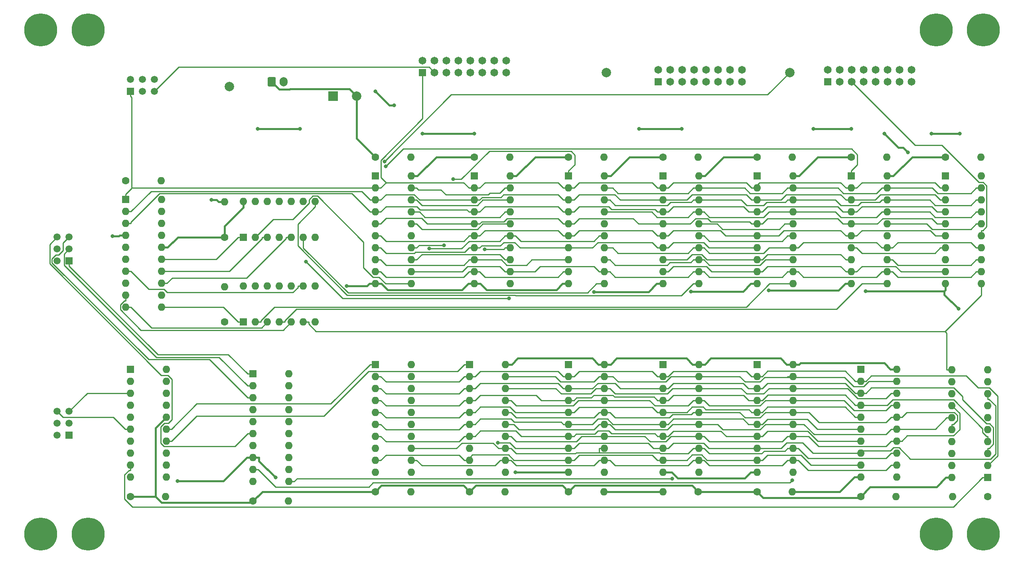
<source format=gbr>
%TF.GenerationSoftware,KiCad,Pcbnew,(5.1.10)-1*%
%TF.CreationDate,2021-10-27T21:26:05+02:00*%
%TF.ProjectId,General Purpose RF,47656e65-7261-46c2-9050-7572706f7365,rev1.0*%
%TF.SameCoordinates,Original*%
%TF.FileFunction,Copper,L1,Top*%
%TF.FilePolarity,Positive*%
%FSLAX46Y46*%
G04 Gerber Fmt 4.6, Leading zero omitted, Abs format (unit mm)*
G04 Created by KiCad (PCBNEW (5.1.10)-1) date 2021-10-27 21:26:05*
%MOMM*%
%LPD*%
G01*
G04 APERTURE LIST*
%TA.AperFunction,ComponentPad*%
%ADD10C,2.000000*%
%TD*%
%TA.AperFunction,ComponentPad*%
%ADD11R,2.000000X2.000000*%
%TD*%
%TA.AperFunction,ComponentPad*%
%ADD12C,1.650000*%
%TD*%
%TA.AperFunction,ComponentPad*%
%ADD13R,1.650000X1.650000*%
%TD*%
%TA.AperFunction,ComponentPad*%
%ADD14C,1.500000*%
%TD*%
%TA.AperFunction,ComponentPad*%
%ADD15R,1.500000X1.500000*%
%TD*%
%TA.AperFunction,ComponentPad*%
%ADD16O,1.600000X1.600000*%
%TD*%
%TA.AperFunction,ComponentPad*%
%ADD17R,1.600000X1.600000*%
%TD*%
%TA.AperFunction,ComponentPad*%
%ADD18C,0.800000*%
%TD*%
%TA.AperFunction,ComponentPad*%
%ADD19C,7.000000*%
%TD*%
%TA.AperFunction,ComponentPad*%
%ADD20C,1.600000*%
%TD*%
%TA.AperFunction,ComponentPad*%
%ADD21O,1.700000X2.000000*%
%TD*%
%TA.AperFunction,ViaPad*%
%ADD22C,0.800000*%
%TD*%
%TA.AperFunction,Conductor*%
%ADD23C,0.400000*%
%TD*%
%TA.AperFunction,Conductor*%
%ADD24C,0.250000*%
%TD*%
G04 APERTURE END LIST*
D10*
%TO.P,C_BOARD1,2*%
%TO.N,+5V*%
X122000000Y-42000000D03*
D11*
%TO.P,C_BOARD1,1*%
%TO.N,GNDREF*%
X117000000Y-42000000D03*
%TD*%
D10*
%TO.P,~R2OE7,1*%
%TO.N,~BEO7*%
X214000000Y-37000000D03*
%TD*%
%TO.P,~R1OE7,1*%
%TO.N,~AEO7*%
X175000000Y-37000000D03*
%TD*%
D12*
%TO.P,Write1,16*%
%TO.N,N/C*%
X153780000Y-34460000D03*
%TO.P,Write1,15*%
X153780000Y-37000000D03*
%TO.P,Write1,14*%
X151240000Y-34460000D03*
%TO.P,Write1,13*%
X151240000Y-37000000D03*
%TO.P,Write1,12*%
X148700000Y-34460000D03*
%TO.P,Write1,11*%
X148700000Y-37000000D03*
%TO.P,Write1,10*%
X146160000Y-34460000D03*
%TO.P,Write1,9*%
X146160000Y-37000000D03*
%TO.P,Write1,8*%
%TO.N,/W7*%
X143620000Y-34460000D03*
%TO.P,Write1,7*%
%TO.N,/W6*%
X143620000Y-37000000D03*
%TO.P,Write1,6*%
%TO.N,/W5*%
X141080000Y-34460000D03*
%TO.P,Write1,5*%
%TO.N,/W4*%
X141080000Y-37000000D03*
%TO.P,Write1,4*%
%TO.N,/W3*%
X138540000Y-34460000D03*
%TO.P,Write1,3*%
%TO.N,/W2*%
X138540000Y-37000000D03*
%TO.P,Write1,2*%
%TO.N,/W1*%
X136000000Y-34460000D03*
D13*
%TO.P,Write1,1*%
%TO.N,/W0*%
X136000000Y-37000000D03*
%TD*%
D14*
%TO.P,W1,6*%
%TO.N,Net-(DECWrite1-Pad6)*%
X79080000Y-38460000D03*
%TO.P,W1,5*%
%TO.N,Net-(W1-Pad5)*%
X76540000Y-38460000D03*
%TO.P,W1,4*%
%TO.N,Net-(W1-Pad4)*%
X74000000Y-38460000D03*
%TO.P,W1,3*%
%TO.N,/W2*%
X79080000Y-41000000D03*
%TO.P,W1,2*%
%TO.N,/W1*%
X76540000Y-41000000D03*
D15*
%TO.P,W1,1*%
%TO.N,/W0*%
X74000000Y-41000000D03*
%TD*%
D12*
%TO.P,Read2,16*%
%TO.N,N/C*%
X239780000Y-36460000D03*
%TO.P,Read2,15*%
X239780000Y-39000000D03*
%TO.P,Read2,14*%
X237240000Y-36460000D03*
%TO.P,Read2,13*%
X237240000Y-39000000D03*
%TO.P,Read2,12*%
X234700000Y-36460000D03*
%TO.P,Read2,11*%
X234700000Y-39000000D03*
%TO.P,Read2,10*%
X232160000Y-36460000D03*
%TO.P,Read2,9*%
X232160000Y-39000000D03*
%TO.P,Read2,8*%
%TO.N,/B7*%
X229620000Y-36460000D03*
%TO.P,Read2,7*%
%TO.N,/B6*%
X229620000Y-39000000D03*
%TO.P,Read2,6*%
%TO.N,/B5*%
X227080000Y-36460000D03*
%TO.P,Read2,5*%
%TO.N,/B4*%
X227080000Y-39000000D03*
%TO.P,Read2,4*%
%TO.N,/B3*%
X224540000Y-36460000D03*
%TO.P,Read2,3*%
%TO.N,/B2*%
X224540000Y-39000000D03*
%TO.P,Read2,2*%
%TO.N,/B1*%
X222000000Y-36460000D03*
D13*
%TO.P,Read2,1*%
%TO.N,/B0*%
X222000000Y-39000000D03*
%TD*%
D12*
%TO.P,Read1,16*%
%TO.N,N/C*%
X203780000Y-36460000D03*
%TO.P,Read1,15*%
X203780000Y-39000000D03*
%TO.P,Read1,14*%
X201240000Y-36460000D03*
%TO.P,Read1,13*%
X201240000Y-39000000D03*
%TO.P,Read1,12*%
X198700000Y-36460000D03*
%TO.P,Read1,11*%
X198700000Y-39000000D03*
%TO.P,Read1,10*%
X196160000Y-36460000D03*
%TO.P,Read1,9*%
X196160000Y-39000000D03*
%TO.P,Read1,8*%
%TO.N,/A7*%
X193620000Y-36460000D03*
%TO.P,Read1,7*%
%TO.N,/A6*%
X193620000Y-39000000D03*
%TO.P,Read1,6*%
%TO.N,/A5*%
X191080000Y-36460000D03*
%TO.P,Read1,5*%
%TO.N,/A4*%
X191080000Y-39000000D03*
%TO.P,Read1,4*%
%TO.N,/A3*%
X188540000Y-36460000D03*
%TO.P,Read1,3*%
%TO.N,/A2*%
X188540000Y-39000000D03*
%TO.P,Read1,2*%
%TO.N,/A1*%
X186000000Y-36460000D03*
D13*
%TO.P,Read1,1*%
%TO.N,/A0*%
X186000000Y-39000000D03*
%TD*%
D14*
%TO.P,Read 2 ID,6*%
%TO.N,Net-(DECRead2-Pad6)*%
X58460000Y-71920000D03*
%TO.P,Read 2 ID,5*%
%TO.N,Net-(R2-Pad5)*%
X58460000Y-74460000D03*
%TO.P,Read 2 ID,4*%
%TO.N,Net-(R2-Pad4)*%
X58460000Y-77000000D03*
%TO.P,Read 2 ID,3*%
%TO.N,/Y2*%
X61000000Y-71920000D03*
%TO.P,Read 2 ID,2*%
%TO.N,/Y1*%
X61000000Y-74460000D03*
D15*
%TO.P,Read 2 ID,1*%
%TO.N,/Y0*%
X61000000Y-77000000D03*
%TD*%
D16*
%TO.P,Latch8B6,20*%
%TO.N,+5V*%
X254620000Y-59000000D03*
%TO.P,Latch8B6,10*%
%TO.N,GNDREF*%
X247000000Y-81860000D03*
%TO.P,Latch8B6,19*%
%TO.N,/B0*%
X254620000Y-61540000D03*
%TO.P,Latch8B6,9*%
%TO.N,/W7*%
X247000000Y-79320000D03*
%TO.P,Latch8B6,18*%
%TO.N,/B1*%
X254620000Y-64080000D03*
%TO.P,Latch8B6,8*%
%TO.N,/W6*%
X247000000Y-76780000D03*
%TO.P,Latch8B6,17*%
%TO.N,/B2*%
X254620000Y-66620000D03*
%TO.P,Latch8B6,7*%
%TO.N,/W5*%
X247000000Y-74240000D03*
%TO.P,Latch8B6,16*%
%TO.N,/B3*%
X254620000Y-69160000D03*
%TO.P,Latch8B6,6*%
%TO.N,/W4*%
X247000000Y-71700000D03*
%TO.P,Latch8B6,15*%
%TO.N,/B4*%
X254620000Y-71700000D03*
%TO.P,Latch8B6,5*%
%TO.N,/W3*%
X247000000Y-69160000D03*
%TO.P,Latch8B6,14*%
%TO.N,/B5*%
X254620000Y-74240000D03*
%TO.P,Latch8B6,4*%
%TO.N,/W2*%
X247000000Y-66620000D03*
%TO.P,Latch8B6,13*%
%TO.N,/B6*%
X254620000Y-76780000D03*
%TO.P,Latch8B6,3*%
%TO.N,/W1*%
X247000000Y-64080000D03*
%TO.P,Latch8B6,12*%
%TO.N,/B7*%
X254620000Y-79320000D03*
%TO.P,Latch8B6,2*%
%TO.N,/W0*%
X247000000Y-61540000D03*
%TO.P,Latch8B6,11*%
%TO.N,LE6*%
X254620000Y-81860000D03*
D17*
%TO.P,Latch8B6,1*%
%TO.N,~BEO6*%
X247000000Y-59000000D03*
%TD*%
D16*
%TO.P,Latch8B5,20*%
%TO.N,+5V*%
X234620000Y-59000000D03*
%TO.P,Latch8B5,10*%
%TO.N,GNDREF*%
X227000000Y-81860000D03*
%TO.P,Latch8B5,19*%
%TO.N,/B0*%
X234620000Y-61540000D03*
%TO.P,Latch8B5,9*%
%TO.N,/W7*%
X227000000Y-79320000D03*
%TO.P,Latch8B5,18*%
%TO.N,/B1*%
X234620000Y-64080000D03*
%TO.P,Latch8B5,8*%
%TO.N,/W6*%
X227000000Y-76780000D03*
%TO.P,Latch8B5,17*%
%TO.N,/B2*%
X234620000Y-66620000D03*
%TO.P,Latch8B5,7*%
%TO.N,/W5*%
X227000000Y-74240000D03*
%TO.P,Latch8B5,16*%
%TO.N,/B3*%
X234620000Y-69160000D03*
%TO.P,Latch8B5,6*%
%TO.N,/W4*%
X227000000Y-71700000D03*
%TO.P,Latch8B5,15*%
%TO.N,/B4*%
X234620000Y-71700000D03*
%TO.P,Latch8B5,5*%
%TO.N,/W3*%
X227000000Y-69160000D03*
%TO.P,Latch8B5,14*%
%TO.N,/B5*%
X234620000Y-74240000D03*
%TO.P,Latch8B5,4*%
%TO.N,/W2*%
X227000000Y-66620000D03*
%TO.P,Latch8B5,13*%
%TO.N,/B6*%
X234620000Y-76780000D03*
%TO.P,Latch8B5,3*%
%TO.N,/W1*%
X227000000Y-64080000D03*
%TO.P,Latch8B5,12*%
%TO.N,/B7*%
X234620000Y-79320000D03*
%TO.P,Latch8B5,2*%
%TO.N,/W0*%
X227000000Y-61540000D03*
%TO.P,Latch8B5,11*%
%TO.N,LE5*%
X234620000Y-81860000D03*
D17*
%TO.P,Latch8B5,1*%
%TO.N,~BEO5*%
X227000000Y-59000000D03*
%TD*%
D16*
%TO.P,Latch8B4,20*%
%TO.N,+5V*%
X214620000Y-59000000D03*
%TO.P,Latch8B4,10*%
%TO.N,GNDREF*%
X207000000Y-81860000D03*
%TO.P,Latch8B4,19*%
%TO.N,/B0*%
X214620000Y-61540000D03*
%TO.P,Latch8B4,9*%
%TO.N,/W7*%
X207000000Y-79320000D03*
%TO.P,Latch8B4,18*%
%TO.N,/B1*%
X214620000Y-64080000D03*
%TO.P,Latch8B4,8*%
%TO.N,/W6*%
X207000000Y-76780000D03*
%TO.P,Latch8B4,17*%
%TO.N,/B2*%
X214620000Y-66620000D03*
%TO.P,Latch8B4,7*%
%TO.N,/W5*%
X207000000Y-74240000D03*
%TO.P,Latch8B4,16*%
%TO.N,/B3*%
X214620000Y-69160000D03*
%TO.P,Latch8B4,6*%
%TO.N,/W4*%
X207000000Y-71700000D03*
%TO.P,Latch8B4,15*%
%TO.N,/B4*%
X214620000Y-71700000D03*
%TO.P,Latch8B4,5*%
%TO.N,/W3*%
X207000000Y-69160000D03*
%TO.P,Latch8B4,14*%
%TO.N,/B5*%
X214620000Y-74240000D03*
%TO.P,Latch8B4,4*%
%TO.N,/W2*%
X207000000Y-66620000D03*
%TO.P,Latch8B4,13*%
%TO.N,/B6*%
X214620000Y-76780000D03*
%TO.P,Latch8B4,3*%
%TO.N,/W1*%
X207000000Y-64080000D03*
%TO.P,Latch8B4,12*%
%TO.N,/B7*%
X214620000Y-79320000D03*
%TO.P,Latch8B4,2*%
%TO.N,/W0*%
X207000000Y-61540000D03*
%TO.P,Latch8B4,11*%
%TO.N,LE4*%
X214620000Y-81860000D03*
D17*
%TO.P,Latch8B4,1*%
%TO.N,~BEO4*%
X207000000Y-59000000D03*
%TD*%
D16*
%TO.P,Latch8B3,20*%
%TO.N,+5V*%
X194620000Y-59000000D03*
%TO.P,Latch8B3,10*%
%TO.N,GNDREF*%
X187000000Y-81860000D03*
%TO.P,Latch8B3,19*%
%TO.N,/B0*%
X194620000Y-61540000D03*
%TO.P,Latch8B3,9*%
%TO.N,/W7*%
X187000000Y-79320000D03*
%TO.P,Latch8B3,18*%
%TO.N,/B1*%
X194620000Y-64080000D03*
%TO.P,Latch8B3,8*%
%TO.N,/W6*%
X187000000Y-76780000D03*
%TO.P,Latch8B3,17*%
%TO.N,/B2*%
X194620000Y-66620000D03*
%TO.P,Latch8B3,7*%
%TO.N,/W5*%
X187000000Y-74240000D03*
%TO.P,Latch8B3,16*%
%TO.N,/B3*%
X194620000Y-69160000D03*
%TO.P,Latch8B3,6*%
%TO.N,/W4*%
X187000000Y-71700000D03*
%TO.P,Latch8B3,15*%
%TO.N,/B4*%
X194620000Y-71700000D03*
%TO.P,Latch8B3,5*%
%TO.N,/W3*%
X187000000Y-69160000D03*
%TO.P,Latch8B3,14*%
%TO.N,/B5*%
X194620000Y-74240000D03*
%TO.P,Latch8B3,4*%
%TO.N,/W2*%
X187000000Y-66620000D03*
%TO.P,Latch8B3,13*%
%TO.N,/B6*%
X194620000Y-76780000D03*
%TO.P,Latch8B3,3*%
%TO.N,/W1*%
X187000000Y-64080000D03*
%TO.P,Latch8B3,12*%
%TO.N,/B7*%
X194620000Y-79320000D03*
%TO.P,Latch8B3,2*%
%TO.N,/W0*%
X187000000Y-61540000D03*
%TO.P,Latch8B3,11*%
%TO.N,LE3*%
X194620000Y-81860000D03*
D17*
%TO.P,Latch8B3,1*%
%TO.N,~BEO3*%
X187000000Y-59000000D03*
%TD*%
D16*
%TO.P,Latch8B2,20*%
%TO.N,+5V*%
X174620000Y-59000000D03*
%TO.P,Latch8B2,10*%
%TO.N,GNDREF*%
X167000000Y-81860000D03*
%TO.P,Latch8B2,19*%
%TO.N,/B0*%
X174620000Y-61540000D03*
%TO.P,Latch8B2,9*%
%TO.N,/W7*%
X167000000Y-79320000D03*
%TO.P,Latch8B2,18*%
%TO.N,/B1*%
X174620000Y-64080000D03*
%TO.P,Latch8B2,8*%
%TO.N,/W6*%
X167000000Y-76780000D03*
%TO.P,Latch8B2,17*%
%TO.N,/B2*%
X174620000Y-66620000D03*
%TO.P,Latch8B2,7*%
%TO.N,/W5*%
X167000000Y-74240000D03*
%TO.P,Latch8B2,16*%
%TO.N,/B3*%
X174620000Y-69160000D03*
%TO.P,Latch8B2,6*%
%TO.N,/W4*%
X167000000Y-71700000D03*
%TO.P,Latch8B2,15*%
%TO.N,/B4*%
X174620000Y-71700000D03*
%TO.P,Latch8B2,5*%
%TO.N,/W3*%
X167000000Y-69160000D03*
%TO.P,Latch8B2,14*%
%TO.N,/B5*%
X174620000Y-74240000D03*
%TO.P,Latch8B2,4*%
%TO.N,/W2*%
X167000000Y-66620000D03*
%TO.P,Latch8B2,13*%
%TO.N,/B6*%
X174620000Y-76780000D03*
%TO.P,Latch8B2,3*%
%TO.N,/W1*%
X167000000Y-64080000D03*
%TO.P,Latch8B2,12*%
%TO.N,/B7*%
X174620000Y-79320000D03*
%TO.P,Latch8B2,2*%
%TO.N,/W0*%
X167000000Y-61540000D03*
%TO.P,Latch8B2,11*%
%TO.N,LE2*%
X174620000Y-81860000D03*
D17*
%TO.P,Latch8B2,1*%
%TO.N,~BEO2*%
X167000000Y-59000000D03*
%TD*%
D16*
%TO.P,Latch8B1,20*%
%TO.N,+5V*%
X154620000Y-59000000D03*
%TO.P,Latch8B1,10*%
%TO.N,GNDREF*%
X147000000Y-81860000D03*
%TO.P,Latch8B1,19*%
%TO.N,/B0*%
X154620000Y-61540000D03*
%TO.P,Latch8B1,9*%
%TO.N,/W7*%
X147000000Y-79320000D03*
%TO.P,Latch8B1,18*%
%TO.N,/B1*%
X154620000Y-64080000D03*
%TO.P,Latch8B1,8*%
%TO.N,/W6*%
X147000000Y-76780000D03*
%TO.P,Latch8B1,17*%
%TO.N,/B2*%
X154620000Y-66620000D03*
%TO.P,Latch8B1,7*%
%TO.N,/W5*%
X147000000Y-74240000D03*
%TO.P,Latch8B1,16*%
%TO.N,/B3*%
X154620000Y-69160000D03*
%TO.P,Latch8B1,6*%
%TO.N,/W4*%
X147000000Y-71700000D03*
%TO.P,Latch8B1,15*%
%TO.N,/B4*%
X154620000Y-71700000D03*
%TO.P,Latch8B1,5*%
%TO.N,/W3*%
X147000000Y-69160000D03*
%TO.P,Latch8B1,14*%
%TO.N,/B5*%
X154620000Y-74240000D03*
%TO.P,Latch8B1,4*%
%TO.N,/W2*%
X147000000Y-66620000D03*
%TO.P,Latch8B1,13*%
%TO.N,/B6*%
X154620000Y-76780000D03*
%TO.P,Latch8B1,3*%
%TO.N,/W1*%
X147000000Y-64080000D03*
%TO.P,Latch8B1,12*%
%TO.N,/B7*%
X154620000Y-79320000D03*
%TO.P,Latch8B1,2*%
%TO.N,/W0*%
X147000000Y-61540000D03*
%TO.P,Latch8B1,11*%
%TO.N,LE1*%
X154620000Y-81860000D03*
D17*
%TO.P,Latch8B1,1*%
%TO.N,~BEO1*%
X147000000Y-59000000D03*
%TD*%
D16*
%TO.P,Latch8B0,20*%
%TO.N,+5V*%
X133620000Y-59000000D03*
%TO.P,Latch8B0,10*%
%TO.N,GNDREF*%
X126000000Y-81860000D03*
%TO.P,Latch8B0,19*%
%TO.N,/B0*%
X133620000Y-61540000D03*
%TO.P,Latch8B0,9*%
%TO.N,/W7*%
X126000000Y-79320000D03*
%TO.P,Latch8B0,18*%
%TO.N,/B1*%
X133620000Y-64080000D03*
%TO.P,Latch8B0,8*%
%TO.N,/W6*%
X126000000Y-76780000D03*
%TO.P,Latch8B0,17*%
%TO.N,/B2*%
X133620000Y-66620000D03*
%TO.P,Latch8B0,7*%
%TO.N,/W5*%
X126000000Y-74240000D03*
%TO.P,Latch8B0,16*%
%TO.N,/B3*%
X133620000Y-69160000D03*
%TO.P,Latch8B0,6*%
%TO.N,/W4*%
X126000000Y-71700000D03*
%TO.P,Latch8B0,15*%
%TO.N,/B4*%
X133620000Y-71700000D03*
%TO.P,Latch8B0,5*%
%TO.N,/W3*%
X126000000Y-69160000D03*
%TO.P,Latch8B0,14*%
%TO.N,/B5*%
X133620000Y-74240000D03*
%TO.P,Latch8B0,4*%
%TO.N,/W2*%
X126000000Y-66620000D03*
%TO.P,Latch8B0,13*%
%TO.N,/B6*%
X133620000Y-76780000D03*
%TO.P,Latch8B0,3*%
%TO.N,/W1*%
X126000000Y-64080000D03*
%TO.P,Latch8B0,12*%
%TO.N,/B7*%
X133620000Y-79320000D03*
%TO.P,Latch8B0,2*%
%TO.N,/W0*%
X126000000Y-61540000D03*
%TO.P,Latch8B0,11*%
%TO.N,LE0*%
X133620000Y-81860000D03*
D17*
%TO.P,Latch8B0,1*%
%TO.N,~BEO0*%
X126000000Y-59000000D03*
%TD*%
D16*
%TO.P,Latch8A6,20*%
%TO.N,+5V*%
X248380000Y-123000000D03*
%TO.P,Latch8A6,10*%
%TO.N,GNDREF*%
X256000000Y-100140000D03*
%TO.P,Latch8A6,19*%
%TO.N,/A0*%
X248380000Y-120460000D03*
%TO.P,Latch8A6,9*%
%TO.N,/W7*%
X256000000Y-102680000D03*
%TO.P,Latch8A6,18*%
%TO.N,/A1*%
X248380000Y-117920000D03*
%TO.P,Latch8A6,8*%
%TO.N,/W6*%
X256000000Y-105220000D03*
%TO.P,Latch8A6,17*%
%TO.N,/A2*%
X248380000Y-115380000D03*
%TO.P,Latch8A6,7*%
%TO.N,/W5*%
X256000000Y-107760000D03*
%TO.P,Latch8A6,16*%
%TO.N,/A3*%
X248380000Y-112840000D03*
%TO.P,Latch8A6,6*%
%TO.N,/W4*%
X256000000Y-110300000D03*
%TO.P,Latch8A6,15*%
%TO.N,/A4*%
X248380000Y-110300000D03*
%TO.P,Latch8A6,5*%
%TO.N,/W3*%
X256000000Y-112840000D03*
%TO.P,Latch8A6,14*%
%TO.N,/A5*%
X248380000Y-107760000D03*
%TO.P,Latch8A6,4*%
%TO.N,/W2*%
X256000000Y-115380000D03*
%TO.P,Latch8A6,13*%
%TO.N,/A6*%
X248380000Y-105220000D03*
%TO.P,Latch8A6,3*%
%TO.N,/W1*%
X256000000Y-117920000D03*
%TO.P,Latch8A6,12*%
%TO.N,/A7*%
X248380000Y-102680000D03*
%TO.P,Latch8A6,2*%
%TO.N,/W0*%
X256000000Y-120460000D03*
%TO.P,Latch8A6,11*%
%TO.N,LE6*%
X248380000Y-100140000D03*
D17*
%TO.P,Latch8A6,1*%
%TO.N,~AEO6*%
X256000000Y-123000000D03*
%TD*%
D16*
%TO.P,Latch8A5,20*%
%TO.N,+5V*%
X236620000Y-100000000D03*
%TO.P,Latch8A5,10*%
%TO.N,GNDREF*%
X229000000Y-122860000D03*
%TO.P,Latch8A5,19*%
%TO.N,/A0*%
X236620000Y-102540000D03*
%TO.P,Latch8A5,9*%
%TO.N,/W7*%
X229000000Y-120320000D03*
%TO.P,Latch8A5,18*%
%TO.N,/A1*%
X236620000Y-105080000D03*
%TO.P,Latch8A5,8*%
%TO.N,/W6*%
X229000000Y-117780000D03*
%TO.P,Latch8A5,17*%
%TO.N,/A2*%
X236620000Y-107620000D03*
%TO.P,Latch8A5,7*%
%TO.N,/W5*%
X229000000Y-115240000D03*
%TO.P,Latch8A5,16*%
%TO.N,/A3*%
X236620000Y-110160000D03*
%TO.P,Latch8A5,6*%
%TO.N,/W4*%
X229000000Y-112700000D03*
%TO.P,Latch8A5,15*%
%TO.N,/A4*%
X236620000Y-112700000D03*
%TO.P,Latch8A5,5*%
%TO.N,/W3*%
X229000000Y-110160000D03*
%TO.P,Latch8A5,14*%
%TO.N,/A5*%
X236620000Y-115240000D03*
%TO.P,Latch8A5,4*%
%TO.N,/W2*%
X229000000Y-107620000D03*
%TO.P,Latch8A5,13*%
%TO.N,/A6*%
X236620000Y-117780000D03*
%TO.P,Latch8A5,3*%
%TO.N,/W1*%
X229000000Y-105080000D03*
%TO.P,Latch8A5,12*%
%TO.N,/A7*%
X236620000Y-120320000D03*
%TO.P,Latch8A5,2*%
%TO.N,/W0*%
X229000000Y-102540000D03*
%TO.P,Latch8A5,11*%
%TO.N,LE5*%
X236620000Y-122860000D03*
D17*
%TO.P,Latch8A5,1*%
%TO.N,~AEO5*%
X229000000Y-100000000D03*
%TD*%
D16*
%TO.P,Latch8A4,20*%
%TO.N,+5V*%
X214620000Y-99000000D03*
%TO.P,Latch8A4,10*%
%TO.N,GNDREF*%
X207000000Y-121860000D03*
%TO.P,Latch8A4,19*%
%TO.N,/A0*%
X214620000Y-101540000D03*
%TO.P,Latch8A4,9*%
%TO.N,/W7*%
X207000000Y-119320000D03*
%TO.P,Latch8A4,18*%
%TO.N,/A1*%
X214620000Y-104080000D03*
%TO.P,Latch8A4,8*%
%TO.N,/W6*%
X207000000Y-116780000D03*
%TO.P,Latch8A4,17*%
%TO.N,/A2*%
X214620000Y-106620000D03*
%TO.P,Latch8A4,7*%
%TO.N,/W5*%
X207000000Y-114240000D03*
%TO.P,Latch8A4,16*%
%TO.N,/A3*%
X214620000Y-109160000D03*
%TO.P,Latch8A4,6*%
%TO.N,/W4*%
X207000000Y-111700000D03*
%TO.P,Latch8A4,15*%
%TO.N,/A4*%
X214620000Y-111700000D03*
%TO.P,Latch8A4,5*%
%TO.N,/W3*%
X207000000Y-109160000D03*
%TO.P,Latch8A4,14*%
%TO.N,/A5*%
X214620000Y-114240000D03*
%TO.P,Latch8A4,4*%
%TO.N,/W2*%
X207000000Y-106620000D03*
%TO.P,Latch8A4,13*%
%TO.N,/A6*%
X214620000Y-116780000D03*
%TO.P,Latch8A4,3*%
%TO.N,/W1*%
X207000000Y-104080000D03*
%TO.P,Latch8A4,12*%
%TO.N,/A7*%
X214620000Y-119320000D03*
%TO.P,Latch8A4,2*%
%TO.N,/W0*%
X207000000Y-101540000D03*
%TO.P,Latch8A4,11*%
%TO.N,LE4*%
X214620000Y-121860000D03*
D17*
%TO.P,Latch8A4,1*%
%TO.N,~AEO4*%
X207000000Y-99000000D03*
%TD*%
D16*
%TO.P,Latch8A3,20*%
%TO.N,+5V*%
X194620000Y-99000000D03*
%TO.P,Latch8A3,10*%
%TO.N,GNDREF*%
X187000000Y-121860000D03*
%TO.P,Latch8A3,19*%
%TO.N,/A0*%
X194620000Y-101540000D03*
%TO.P,Latch8A3,9*%
%TO.N,/W7*%
X187000000Y-119320000D03*
%TO.P,Latch8A3,18*%
%TO.N,/A1*%
X194620000Y-104080000D03*
%TO.P,Latch8A3,8*%
%TO.N,/W6*%
X187000000Y-116780000D03*
%TO.P,Latch8A3,17*%
%TO.N,/A2*%
X194620000Y-106620000D03*
%TO.P,Latch8A3,7*%
%TO.N,/W5*%
X187000000Y-114240000D03*
%TO.P,Latch8A3,16*%
%TO.N,/A3*%
X194620000Y-109160000D03*
%TO.P,Latch8A3,6*%
%TO.N,/W4*%
X187000000Y-111700000D03*
%TO.P,Latch8A3,15*%
%TO.N,/A4*%
X194620000Y-111700000D03*
%TO.P,Latch8A3,5*%
%TO.N,/W3*%
X187000000Y-109160000D03*
%TO.P,Latch8A3,14*%
%TO.N,/A5*%
X194620000Y-114240000D03*
%TO.P,Latch8A3,4*%
%TO.N,/W2*%
X187000000Y-106620000D03*
%TO.P,Latch8A3,13*%
%TO.N,/A6*%
X194620000Y-116780000D03*
%TO.P,Latch8A3,3*%
%TO.N,/W1*%
X187000000Y-104080000D03*
%TO.P,Latch8A3,12*%
%TO.N,/A7*%
X194620000Y-119320000D03*
%TO.P,Latch8A3,2*%
%TO.N,/W0*%
X187000000Y-101540000D03*
%TO.P,Latch8A3,11*%
%TO.N,LE3*%
X194620000Y-121860000D03*
D17*
%TO.P,Latch8A3,1*%
%TO.N,~AEO3*%
X187000000Y-99000000D03*
%TD*%
D16*
%TO.P,Latch8A2,20*%
%TO.N,+5V*%
X174620000Y-99000000D03*
%TO.P,Latch8A2,10*%
%TO.N,GNDREF*%
X167000000Y-121860000D03*
%TO.P,Latch8A2,19*%
%TO.N,/A0*%
X174620000Y-101540000D03*
%TO.P,Latch8A2,9*%
%TO.N,/W7*%
X167000000Y-119320000D03*
%TO.P,Latch8A2,18*%
%TO.N,/A1*%
X174620000Y-104080000D03*
%TO.P,Latch8A2,8*%
%TO.N,/W6*%
X167000000Y-116780000D03*
%TO.P,Latch8A2,17*%
%TO.N,/A2*%
X174620000Y-106620000D03*
%TO.P,Latch8A2,7*%
%TO.N,/W5*%
X167000000Y-114240000D03*
%TO.P,Latch8A2,16*%
%TO.N,/A3*%
X174620000Y-109160000D03*
%TO.P,Latch8A2,6*%
%TO.N,/W4*%
X167000000Y-111700000D03*
%TO.P,Latch8A2,15*%
%TO.N,/A4*%
X174620000Y-111700000D03*
%TO.P,Latch8A2,5*%
%TO.N,/W3*%
X167000000Y-109160000D03*
%TO.P,Latch8A2,14*%
%TO.N,/A5*%
X174620000Y-114240000D03*
%TO.P,Latch8A2,4*%
%TO.N,/W2*%
X167000000Y-106620000D03*
%TO.P,Latch8A2,13*%
%TO.N,/A6*%
X174620000Y-116780000D03*
%TO.P,Latch8A2,3*%
%TO.N,/W1*%
X167000000Y-104080000D03*
%TO.P,Latch8A2,12*%
%TO.N,/A7*%
X174620000Y-119320000D03*
%TO.P,Latch8A2,2*%
%TO.N,/W0*%
X167000000Y-101540000D03*
%TO.P,Latch8A2,11*%
%TO.N,LE2*%
X174620000Y-121860000D03*
D17*
%TO.P,Latch8A2,1*%
%TO.N,~AEO2*%
X167000000Y-99000000D03*
%TD*%
D16*
%TO.P,Latch8A1,20*%
%TO.N,+5V*%
X153620000Y-99000000D03*
%TO.P,Latch8A1,10*%
%TO.N,GNDREF*%
X146000000Y-121860000D03*
%TO.P,Latch8A1,19*%
%TO.N,/A0*%
X153620000Y-101540000D03*
%TO.P,Latch8A1,9*%
%TO.N,/W7*%
X146000000Y-119320000D03*
%TO.P,Latch8A1,18*%
%TO.N,/A1*%
X153620000Y-104080000D03*
%TO.P,Latch8A1,8*%
%TO.N,/W6*%
X146000000Y-116780000D03*
%TO.P,Latch8A1,17*%
%TO.N,/A2*%
X153620000Y-106620000D03*
%TO.P,Latch8A1,7*%
%TO.N,/W5*%
X146000000Y-114240000D03*
%TO.P,Latch8A1,16*%
%TO.N,/A3*%
X153620000Y-109160000D03*
%TO.P,Latch8A1,6*%
%TO.N,/W4*%
X146000000Y-111700000D03*
%TO.P,Latch8A1,15*%
%TO.N,/A4*%
X153620000Y-111700000D03*
%TO.P,Latch8A1,5*%
%TO.N,/W3*%
X146000000Y-109160000D03*
%TO.P,Latch8A1,14*%
%TO.N,/A5*%
X153620000Y-114240000D03*
%TO.P,Latch8A1,4*%
%TO.N,/W2*%
X146000000Y-106620000D03*
%TO.P,Latch8A1,13*%
%TO.N,/A6*%
X153620000Y-116780000D03*
%TO.P,Latch8A1,3*%
%TO.N,/W1*%
X146000000Y-104080000D03*
%TO.P,Latch8A1,12*%
%TO.N,/A7*%
X153620000Y-119320000D03*
%TO.P,Latch8A1,2*%
%TO.N,/W0*%
X146000000Y-101540000D03*
%TO.P,Latch8A1,11*%
%TO.N,LE1*%
X153620000Y-121860000D03*
D17*
%TO.P,Latch8A1,1*%
%TO.N,~AEO1*%
X146000000Y-99000000D03*
%TD*%
D16*
%TO.P,Latch8A0,20*%
%TO.N,+5V*%
X133620000Y-99000000D03*
%TO.P,Latch8A0,10*%
%TO.N,GNDREF*%
X126000000Y-121860000D03*
%TO.P,Latch8A0,19*%
%TO.N,/A0*%
X133620000Y-101540000D03*
%TO.P,Latch8A0,9*%
%TO.N,/W7*%
X126000000Y-119320000D03*
%TO.P,Latch8A0,18*%
%TO.N,/A1*%
X133620000Y-104080000D03*
%TO.P,Latch8A0,8*%
%TO.N,/W6*%
X126000000Y-116780000D03*
%TO.P,Latch8A0,17*%
%TO.N,/A2*%
X133620000Y-106620000D03*
%TO.P,Latch8A0,7*%
%TO.N,/W5*%
X126000000Y-114240000D03*
%TO.P,Latch8A0,16*%
%TO.N,/A3*%
X133620000Y-109160000D03*
%TO.P,Latch8A0,6*%
%TO.N,/W4*%
X126000000Y-111700000D03*
%TO.P,Latch8A0,15*%
%TO.N,/A4*%
X133620000Y-111700000D03*
%TO.P,Latch8A0,5*%
%TO.N,/W3*%
X126000000Y-109160000D03*
%TO.P,Latch8A0,14*%
%TO.N,/A5*%
X133620000Y-114240000D03*
%TO.P,Latch8A0,4*%
%TO.N,/W2*%
X126000000Y-106620000D03*
%TO.P,Latch8A0,13*%
%TO.N,/A6*%
X133620000Y-116780000D03*
%TO.P,Latch8A0,3*%
%TO.N,/W1*%
X126000000Y-104080000D03*
%TO.P,Latch8A0,12*%
%TO.N,/A7*%
X133620000Y-119320000D03*
%TO.P,Latch8A0,2*%
%TO.N,/W0*%
X126000000Y-101540000D03*
%TO.P,Latch8A0,11*%
%TO.N,LE0*%
X133620000Y-121860000D03*
D17*
%TO.P,Latch8A0,1*%
%TO.N,~AEO0*%
X126000000Y-99000000D03*
%TD*%
D14*
%TO.P,Read 1 ID,6*%
%TO.N,Net-(DECRead1-Pad6)*%
X58460000Y-108920000D03*
%TO.P,Read 1 ID,5*%
%TO.N,Net-(JR1-Pad5)*%
X58460000Y-111460000D03*
%TO.P,Read 1 ID,4*%
%TO.N,Net-(JR1-Pad4)*%
X58460000Y-114000000D03*
%TO.P,Read 1 ID,3*%
%TO.N,/X2*%
X61000000Y-108920000D03*
%TO.P,Read 1 ID,2*%
%TO.N,/X1*%
X61000000Y-111460000D03*
D15*
%TO.P,Read 1 ID,1*%
%TO.N,/X0*%
X61000000Y-114000000D03*
%TD*%
D16*
%TO.P,INV2,14*%
%TO.N,+5V*%
X98000000Y-82380000D03*
%TO.P,INV2,7*%
%TO.N,GNDREF*%
X113240000Y-90000000D03*
%TO.P,INV2,13*%
%TO.N,Net-(INV2-Pad13)*%
X100540000Y-82380000D03*
%TO.P,INV2,6*%
%TO.N,LE6*%
X110700000Y-90000000D03*
%TO.P,INV2,12*%
%TO.N,Net-(INV2-Pad12)*%
X103080000Y-82380000D03*
%TO.P,INV2,5*%
%TO.N,Net-(DECWrite1-Pad9)*%
X108160000Y-90000000D03*
%TO.P,INV2,11*%
%TO.N,Net-(INV2-Pad11)*%
X105620000Y-82380000D03*
%TO.P,INV2,4*%
%TO.N,LE5*%
X105620000Y-90000000D03*
%TO.P,INV2,10*%
%TO.N,Net-(INV2-Pad10)*%
X108160000Y-82380000D03*
%TO.P,INV2,3*%
%TO.N,Net-(DECWrite1-Pad10)*%
X103080000Y-90000000D03*
%TO.P,INV2,9*%
%TO.N,Net-(DECWrite1-Pad7)*%
X110700000Y-82380000D03*
%TO.P,INV2,2*%
%TO.N,LE4*%
X100540000Y-90000000D03*
%TO.P,INV2,8*%
%TO.N,LE7*%
X113240000Y-82380000D03*
D17*
%TO.P,INV2,1*%
%TO.N,Net-(DECWrite1-Pad11)*%
X98000000Y-90000000D03*
%TD*%
D16*
%TO.P,INV1,14*%
%TO.N,+5V*%
X98000000Y-64380000D03*
%TO.P,INV1,7*%
%TO.N,GNDREF*%
X113240000Y-72000000D03*
%TO.P,INV1,13*%
%TO.N,Net-(INV1-Pad13)*%
X100540000Y-64380000D03*
%TO.P,INV1,6*%
%TO.N,LE2*%
X110700000Y-72000000D03*
%TO.P,INV1,12*%
%TO.N,Net-(INV1-Pad12)*%
X103080000Y-64380000D03*
%TO.P,INV1,5*%
%TO.N,Net-(DECWrite1-Pad13)*%
X108160000Y-72000000D03*
%TO.P,INV1,11*%
%TO.N,Net-(INV1-Pad11)*%
X105620000Y-64380000D03*
%TO.P,INV1,4*%
%TO.N,LE1*%
X105620000Y-72000000D03*
%TO.P,INV1,10*%
%TO.N,Net-(INV1-Pad10)*%
X108160000Y-64380000D03*
%TO.P,INV1,3*%
%TO.N,Net-(DECWrite1-Pad14)*%
X103080000Y-72000000D03*
%TO.P,INV1,9*%
%TO.N,Net-(DECWrite1-Pad12)*%
X110700000Y-64380000D03*
%TO.P,INV1,2*%
%TO.N,LE0*%
X100540000Y-72000000D03*
%TO.P,INV1,8*%
%TO.N,LE3*%
X113240000Y-64380000D03*
D17*
%TO.P,INV1,1*%
%TO.N,Net-(DECWrite1-Pad15)*%
X98000000Y-72000000D03*
%TD*%
D18*
%TO.P,H8,1*%
%TO.N,+5V*%
X246856155Y-26143845D03*
X245000000Y-25375000D03*
X243143845Y-26143845D03*
X242375000Y-28000000D03*
X243143845Y-29856155D03*
X245000000Y-30625000D03*
X246856155Y-29856155D03*
X247625000Y-28000000D03*
D19*
X245000000Y-28000000D03*
%TD*%
D18*
%TO.P,H7,1*%
%TO.N,+5V*%
X66856155Y-133143845D03*
X65000000Y-132375000D03*
X63143845Y-133143845D03*
X62375000Y-135000000D03*
X63143845Y-136856155D03*
X65000000Y-137625000D03*
X66856155Y-136856155D03*
X67625000Y-135000000D03*
D19*
X65000000Y-135000000D03*
%TD*%
D18*
%TO.P,H6,1*%
%TO.N,GNDREF*%
X66856155Y-26143845D03*
X65000000Y-25375000D03*
X63143845Y-26143845D03*
X62375000Y-28000000D03*
X63143845Y-29856155D03*
X65000000Y-30625000D03*
X66856155Y-29856155D03*
X67625000Y-28000000D03*
D19*
X65000000Y-28000000D03*
%TD*%
D18*
%TO.P,H5,1*%
%TO.N,N/C*%
X56856155Y-26143845D03*
X55000000Y-25375000D03*
X53143845Y-26143845D03*
X52375000Y-28000000D03*
X53143845Y-29856155D03*
X55000000Y-30625000D03*
X56856155Y-29856155D03*
X57625000Y-28000000D03*
D19*
X55000000Y-28000000D03*
%TD*%
D18*
%TO.P,H4,1*%
%TO.N,N/C*%
X56856155Y-133143845D03*
X55000000Y-132375000D03*
X53143845Y-133143845D03*
X52375000Y-135000000D03*
X53143845Y-136856155D03*
X55000000Y-137625000D03*
X56856155Y-136856155D03*
X57625000Y-135000000D03*
D19*
X55000000Y-135000000D03*
%TD*%
D18*
%TO.P,H3,1*%
%TO.N,GNDREF*%
X246856155Y-133143845D03*
X245000000Y-132375000D03*
X243143845Y-133143845D03*
X242375000Y-135000000D03*
X243143845Y-136856155D03*
X245000000Y-137625000D03*
X246856155Y-136856155D03*
X247625000Y-135000000D03*
D19*
X245000000Y-135000000D03*
%TD*%
D18*
%TO.P,H2,1*%
%TO.N,N/C*%
X256856155Y-26143845D03*
X255000000Y-25375000D03*
X253143845Y-26143845D03*
X252375000Y-28000000D03*
X253143845Y-29856155D03*
X255000000Y-30625000D03*
X256856155Y-29856155D03*
X257625000Y-28000000D03*
D19*
X255000000Y-28000000D03*
%TD*%
D18*
%TO.P,H1,1*%
%TO.N,N/C*%
X256856155Y-133143845D03*
X255000000Y-132375000D03*
X253143845Y-133143845D03*
X252375000Y-135000000D03*
X253143845Y-136856155D03*
X255000000Y-137625000D03*
X256856155Y-136856155D03*
X257625000Y-135000000D03*
D19*
X255000000Y-135000000D03*
%TD*%
D16*
%TO.P,DECRead2,20*%
%TO.N,N/C*%
X107620000Y-101000000D03*
%TO.P,DECRead2,10*%
%TO.N,~BEO5*%
X100000000Y-123860000D03*
%TO.P,DECRead2,19*%
%TO.N,N/C*%
X107620000Y-103540000D03*
%TO.P,DECRead2,9*%
%TO.N,~BEO6*%
X100000000Y-121320000D03*
%TO.P,DECRead2,18*%
%TO.N,N/C*%
X107620000Y-106080000D03*
%TO.P,DECRead2,8*%
%TO.N,GNDREF*%
X100000000Y-118780000D03*
%TO.P,DECRead2,17*%
%TO.N,N/C*%
X107620000Y-108620000D03*
%TO.P,DECRead2,7*%
%TO.N,~BEO7*%
X100000000Y-116240000D03*
%TO.P,DECRead2,16*%
%TO.N,+5V*%
X107620000Y-111160000D03*
%TO.P,DECRead2,6*%
%TO.N,Net-(DECRead2-Pad6)*%
X100000000Y-113700000D03*
%TO.P,DECRead2,15*%
%TO.N,~BEO0*%
X107620000Y-113700000D03*
%TO.P,DECRead2,5*%
%TO.N,GNDREF*%
X100000000Y-111160000D03*
%TO.P,DECRead2,14*%
%TO.N,~BEO1*%
X107620000Y-116240000D03*
%TO.P,DECRead2,4*%
%TO.N,GNDREF*%
X100000000Y-108620000D03*
%TO.P,DECRead2,13*%
%TO.N,~BEO2*%
X107620000Y-118780000D03*
%TO.P,DECRead2,3*%
%TO.N,/Y2*%
X100000000Y-106080000D03*
%TO.P,DECRead2,12*%
%TO.N,~BEO3*%
X107620000Y-121320000D03*
%TO.P,DECRead2,2*%
%TO.N,/Y1*%
X100000000Y-103540000D03*
%TO.P,DECRead2,11*%
%TO.N,~BEO4*%
X107620000Y-123860000D03*
D17*
%TO.P,DECRead2,1*%
%TO.N,/Y0*%
X100000000Y-101000000D03*
%TD*%
D16*
%TO.P,DECRead1,20*%
%TO.N,N/C*%
X81620000Y-100000000D03*
%TO.P,DECRead1,10*%
%TO.N,~AEO5*%
X74000000Y-122860000D03*
%TO.P,DECRead1,19*%
%TO.N,N/C*%
X81620000Y-102540000D03*
%TO.P,DECRead1,9*%
%TO.N,~AEO6*%
X74000000Y-120320000D03*
%TO.P,DECRead1,18*%
%TO.N,N/C*%
X81620000Y-105080000D03*
%TO.P,DECRead1,8*%
%TO.N,GNDREF*%
X74000000Y-117780000D03*
%TO.P,DECRead1,17*%
%TO.N,N/C*%
X81620000Y-107620000D03*
%TO.P,DECRead1,7*%
%TO.N,~AEO7*%
X74000000Y-115240000D03*
%TO.P,DECRead1,16*%
%TO.N,+5V*%
X81620000Y-110160000D03*
%TO.P,DECRead1,6*%
%TO.N,Net-(DECRead1-Pad6)*%
X74000000Y-112700000D03*
%TO.P,DECRead1,15*%
%TO.N,~AEO0*%
X81620000Y-112700000D03*
%TO.P,DECRead1,5*%
%TO.N,GNDREF*%
X74000000Y-110160000D03*
%TO.P,DECRead1,14*%
%TO.N,~AEO1*%
X81620000Y-115240000D03*
%TO.P,DECRead1,4*%
%TO.N,GNDREF*%
X74000000Y-107620000D03*
%TO.P,DECRead1,13*%
%TO.N,~AEO2*%
X81620000Y-117780000D03*
%TO.P,DECRead1,3*%
%TO.N,/X2*%
X74000000Y-105080000D03*
%TO.P,DECRead1,12*%
%TO.N,~AEO3*%
X81620000Y-120320000D03*
%TO.P,DECRead1,2*%
%TO.N,/X1*%
X74000000Y-102540000D03*
%TO.P,DECRead1,11*%
%TO.N,~AEO4*%
X81620000Y-122860000D03*
D17*
%TO.P,DECRead1,1*%
%TO.N,/X0*%
X74000000Y-100000000D03*
%TD*%
D16*
%TO.P,DECWrite1,20*%
%TO.N,N/C*%
X80620000Y-64000000D03*
%TO.P,DECWrite1,10*%
%TO.N,Net-(DECWrite1-Pad10)*%
X73000000Y-86860000D03*
%TO.P,DECWrite1,19*%
%TO.N,N/C*%
X80620000Y-66540000D03*
%TO.P,DECWrite1,9*%
%TO.N,Net-(DECWrite1-Pad9)*%
X73000000Y-84320000D03*
%TO.P,DECWrite1,18*%
%TO.N,N/C*%
X80620000Y-69080000D03*
%TO.P,DECWrite1,8*%
%TO.N,GNDREF*%
X73000000Y-81780000D03*
%TO.P,DECWrite1,17*%
%TO.N,N/C*%
X80620000Y-71620000D03*
%TO.P,DECWrite1,7*%
%TO.N,Net-(DECWrite1-Pad7)*%
X73000000Y-79240000D03*
%TO.P,DECWrite1,16*%
%TO.N,+5V*%
X80620000Y-74160000D03*
%TO.P,DECWrite1,6*%
%TO.N,Net-(DECWrite1-Pad6)*%
X73000000Y-76700000D03*
%TO.P,DECWrite1,15*%
%TO.N,Net-(DECWrite1-Pad15)*%
X80620000Y-76700000D03*
%TO.P,DECWrite1,5*%
%TO.N,GNDREF*%
X73000000Y-74160000D03*
%TO.P,DECWrite1,14*%
%TO.N,Net-(DECWrite1-Pad14)*%
X80620000Y-79240000D03*
%TO.P,DECWrite1,4*%
%TO.N,GNDREF*%
X73000000Y-71620000D03*
%TO.P,DECWrite1,13*%
%TO.N,Net-(DECWrite1-Pad13)*%
X80620000Y-81780000D03*
%TO.P,DECWrite1,3*%
%TO.N,/W2*%
X73000000Y-69080000D03*
%TO.P,DECWrite1,12*%
%TO.N,Net-(DECWrite1-Pad12)*%
X80620000Y-84320000D03*
%TO.P,DECWrite1,2*%
%TO.N,/W1*%
X73000000Y-66540000D03*
%TO.P,DECWrite1,11*%
%TO.N,Net-(DECWrite1-Pad11)*%
X80620000Y-86860000D03*
D17*
%TO.P,DECWrite1,1*%
%TO.N,/W0*%
X73000000Y-64000000D03*
%TD*%
D16*
%TO.P,CB6,2*%
%TO.N,GNDREF*%
X254500000Y-55000000D03*
D20*
%TO.P,CB6,1*%
%TO.N,+5V*%
X247000000Y-55000000D03*
%TD*%
D16*
%TO.P,CB5,2*%
%TO.N,GNDREF*%
X234500000Y-55000000D03*
D20*
%TO.P,CB5,1*%
%TO.N,+5V*%
X227000000Y-55000000D03*
%TD*%
D16*
%TO.P,CB4,2*%
%TO.N,GNDREF*%
X214500000Y-55000000D03*
D20*
%TO.P,CB4,1*%
%TO.N,+5V*%
X207000000Y-55000000D03*
%TD*%
D16*
%TO.P,CB3,2*%
%TO.N,GNDREF*%
X194500000Y-55000000D03*
D20*
%TO.P,CB3,1*%
%TO.N,+5V*%
X187000000Y-55000000D03*
%TD*%
D16*
%TO.P,CB2,2*%
%TO.N,GNDREF*%
X174500000Y-55000000D03*
D20*
%TO.P,CB2,1*%
%TO.N,+5V*%
X167000000Y-55000000D03*
%TD*%
D16*
%TO.P,CB1,2*%
%TO.N,GNDREF*%
X154500000Y-55000000D03*
D20*
%TO.P,CB1,1*%
%TO.N,+5V*%
X147000000Y-55000000D03*
%TD*%
D16*
%TO.P,CB0,2*%
%TO.N,GNDREF*%
X133500000Y-55000000D03*
D20*
%TO.P,CB0,1*%
%TO.N,+5V*%
X126000000Y-55000000D03*
%TD*%
D16*
%TO.P,CA11,2*%
%TO.N,GNDREF*%
X94000000Y-82500000D03*
D20*
%TO.P,CA11,1*%
%TO.N,+5V*%
X94000000Y-90000000D03*
%TD*%
D16*
%TO.P,CA10,2*%
%TO.N,GNDREF*%
X94000000Y-64500000D03*
D20*
%TO.P,CA10,1*%
%TO.N,+5V*%
X94000000Y-72000000D03*
%TD*%
D16*
%TO.P,CA9,2*%
%TO.N,GNDREF*%
X107500000Y-128000000D03*
D20*
%TO.P,CA9,1*%
%TO.N,+5V*%
X100000000Y-128000000D03*
%TD*%
D16*
%TO.P,CA8,2*%
%TO.N,GNDREF*%
X81500000Y-127000000D03*
D20*
%TO.P,CA8,1*%
%TO.N,+5V*%
X74000000Y-127000000D03*
%TD*%
D16*
%TO.P,CA7,2*%
%TO.N,GNDREF*%
X80500000Y-60000000D03*
D20*
%TO.P,CA7,1*%
%TO.N,+5V*%
X73000000Y-60000000D03*
%TD*%
D16*
%TO.P,CA6,2*%
%TO.N,GNDREF*%
X248500000Y-127000000D03*
D20*
%TO.P,CA6,1*%
%TO.N,+5V*%
X256000000Y-127000000D03*
%TD*%
D16*
%TO.P,CA5,2*%
%TO.N,GNDREF*%
X236500000Y-127000000D03*
D20*
%TO.P,CA5,1*%
%TO.N,+5V*%
X229000000Y-127000000D03*
%TD*%
D16*
%TO.P,CA4,2*%
%TO.N,GNDREF*%
X214500000Y-126000000D03*
D20*
%TO.P,CA4,1*%
%TO.N,+5V*%
X207000000Y-126000000D03*
%TD*%
D16*
%TO.P,CA3,2*%
%TO.N,GNDREF*%
X187000000Y-126000000D03*
D20*
%TO.P,CA3,1*%
%TO.N,+5V*%
X194500000Y-126000000D03*
%TD*%
D16*
%TO.P,CA2,2*%
%TO.N,GNDREF*%
X174500000Y-126000000D03*
D20*
%TO.P,CA2,1*%
%TO.N,+5V*%
X167000000Y-126000000D03*
%TD*%
D16*
%TO.P,CA1,2*%
%TO.N,GNDREF*%
X153500000Y-126000000D03*
D20*
%TO.P,CA1,1*%
%TO.N,+5V*%
X146000000Y-126000000D03*
%TD*%
D16*
%TO.P,CA0,2*%
%TO.N,GNDREF*%
X133500000Y-126000000D03*
D20*
%TO.P,CA0,1*%
%TO.N,+5V*%
X126000000Y-126000000D03*
%TD*%
D10*
%TO.P,7WE1,1*%
%TO.N,LE7*%
X95000000Y-40000000D03*
%TD*%
D21*
%TO.P,5V/GND1,2*%
%TO.N,GNDREF*%
X106500000Y-39000000D03*
%TO.P,5V/GND1,1*%
%TO.N,+5V*%
%TA.AperFunction,ComponentPad*%
G36*
G01*
X103150000Y-39750000D02*
X103150000Y-38250000D01*
G75*
G02*
X103400000Y-38000000I250000J0D01*
G01*
X104600000Y-38000000D01*
G75*
G02*
X104850000Y-38250000I0J-250000D01*
G01*
X104850000Y-39750000D01*
G75*
G02*
X104600000Y-40000000I-250000J0D01*
G01*
X103400000Y-40000000D01*
G75*
G02*
X103150000Y-39750000I0J250000D01*
G01*
G37*
%TD.AperFunction*%
%TD*%
D22*
%TO.N,GNDREF*%
X249738900Y-87183600D03*
X230090900Y-83429000D03*
X84007500Y-123729100D03*
X119884400Y-82312900D03*
X104788500Y-122976200D03*
X172379800Y-83582100D03*
X209448300Y-83251300D03*
X70202200Y-71724900D03*
X193006100Y-83522100D03*
X91190500Y-64062000D03*
X155702400Y-121911300D03*
X110000000Y-49000000D03*
X101000000Y-49000000D03*
X147000000Y-50000000D03*
X136000000Y-50000000D03*
X191000000Y-49000000D03*
X182000000Y-49000000D03*
X219000000Y-49000000D03*
X227000000Y-49000000D03*
X234000000Y-50000000D03*
X239000000Y-54000000D03*
X244000000Y-50000000D03*
X250000000Y-50000000D03*
X130000000Y-44000000D03*
X126000000Y-41000000D03*
%TO.N,~BEO5*%
X128209500Y-56918100D03*
%TO.N,~BEO6*%
X214493200Y-123566600D03*
%TO.N,~BEO7*%
X127927300Y-55906500D03*
%TO.N,~BEO2*%
X142496600Y-59684300D03*
%TO.N,~BEO4*%
X188982700Y-123235800D03*
%TO.N,LE1*%
X154339400Y-84969300D03*
X111244100Y-77171900D03*
%TO.N,/W6*%
X151983900Y-115598400D03*
%TO.N,/B4*%
X137444200Y-74398900D03*
%TO.N,/B5*%
X149190600Y-74516600D03*
X140520800Y-73670600D03*
%TD*%
D23*
%TO.N,GNDREF*%
X246731300Y-83429000D02*
X247000000Y-83160300D01*
X230090900Y-83429000D02*
X246731300Y-83429000D01*
X246731300Y-83429000D02*
X246731300Y-84176000D01*
X246731300Y-84176000D02*
X249738900Y-87183600D01*
X244231200Y-133143800D02*
X245000000Y-132375000D01*
X243143900Y-133143800D02*
X244231200Y-133143800D01*
X244231200Y-133143800D02*
X244231200Y-134231200D01*
X244231200Y-134231200D02*
X245000000Y-135000000D01*
X205699700Y-121860000D02*
X204382500Y-123177200D01*
X204382500Y-123177200D02*
X190197300Y-123177200D01*
X190197300Y-123177200D02*
X188880100Y-121860000D01*
X188880100Y-121860000D02*
X188300300Y-121860000D01*
X100000000Y-118780000D02*
X98699700Y-118780000D01*
X84007500Y-123729100D02*
X93750600Y-123729100D01*
X93750600Y-123729100D02*
X98699700Y-118780000D01*
X229000000Y-122860000D02*
X227699700Y-122860000D01*
X214500000Y-126000000D02*
X224559700Y-126000000D01*
X224559700Y-126000000D02*
X227699700Y-122860000D01*
X126000000Y-81860000D02*
X124699700Y-81860000D01*
X119884400Y-82312900D02*
X124246800Y-82312900D01*
X124246800Y-82312900D02*
X124699700Y-81860000D01*
X101300300Y-118780000D02*
X101300300Y-119488000D01*
X101300300Y-119488000D02*
X104788500Y-122976200D01*
X247000000Y-81860000D02*
X247000000Y-83160300D01*
X207000000Y-121860000D02*
X205699700Y-121860000D01*
X187000000Y-121860000D02*
X188300300Y-121860000D01*
X100000000Y-118780000D02*
X101300300Y-118780000D01*
X244231100Y-136856100D02*
X245000000Y-137625000D01*
X243143900Y-136856100D02*
X244231100Y-136856100D01*
X244231100Y-136856100D02*
X244231100Y-135768900D01*
X244231100Y-135768900D02*
X245000000Y-135000000D01*
X187000000Y-81860000D02*
X185699700Y-81860000D01*
X172379800Y-83582100D02*
X183977600Y-83582100D01*
X183977600Y-83582100D02*
X185699700Y-81860000D01*
X227000000Y-81860000D02*
X225699700Y-81860000D01*
X209448300Y-83251300D02*
X224308400Y-83251300D01*
X224308400Y-83251300D02*
X225699700Y-81860000D01*
X73000000Y-71620000D02*
X71699700Y-71620000D01*
X70202200Y-71724900D02*
X71594800Y-71724900D01*
X71594800Y-71724900D02*
X71699700Y-71620000D01*
X207000000Y-81860000D02*
X205699700Y-81860000D01*
X193006100Y-83522100D02*
X204037600Y-83522100D01*
X204037600Y-83522100D02*
X205699700Y-81860000D01*
X126000000Y-81860000D02*
X127300300Y-81860000D01*
X127300300Y-81860000D02*
X128600700Y-83160400D01*
X128600700Y-83160400D02*
X144399300Y-83160400D01*
X144399300Y-83160400D02*
X145699700Y-81860000D01*
X147000000Y-81860000D02*
X145699700Y-81860000D01*
X94000000Y-64500000D02*
X92699700Y-64500000D01*
X91190500Y-64062000D02*
X92261700Y-64062000D01*
X92261700Y-64062000D02*
X92699700Y-64500000D01*
X167000000Y-81860000D02*
X165699700Y-81860000D01*
X147000000Y-81860000D02*
X148300300Y-81860000D01*
X148300300Y-81860000D02*
X149600700Y-83160400D01*
X149600700Y-83160400D02*
X164399300Y-83160400D01*
X164399300Y-83160400D02*
X165699700Y-81860000D01*
X167000000Y-121860000D02*
X165699700Y-121860000D01*
X155702400Y-121911300D02*
X165648400Y-121911300D01*
X165648400Y-121911300D02*
X165699700Y-121860000D01*
X187000000Y-126000000D02*
X174500000Y-126000000D01*
X110000000Y-49000000D02*
X101000000Y-49000000D01*
X147000000Y-50000000D02*
X136000000Y-50000000D01*
X191000000Y-49000000D02*
X182000000Y-49000000D01*
X219000000Y-49000000D02*
X227000000Y-49000000D01*
X234000000Y-50000000D02*
X237000000Y-53000000D01*
X238000000Y-53000000D02*
X239000000Y-54000000D01*
X237000000Y-53000000D02*
X238000000Y-53000000D01*
X244000000Y-50000000D02*
X250000000Y-50000000D01*
X130000000Y-44000000D02*
X129000000Y-44000000D01*
X129000000Y-44000000D02*
X126000000Y-41000000D01*
%TO.N,+5V*%
X174620000Y-59000000D02*
X175920300Y-59000000D01*
X175920300Y-59000000D02*
X179920300Y-55000000D01*
X179920300Y-55000000D02*
X187000000Y-55000000D01*
X126000000Y-126000000D02*
X127300400Y-124699600D01*
X127300400Y-124699600D02*
X144699600Y-124699600D01*
X144699600Y-124699600D02*
X146000000Y-126000000D01*
X100000000Y-128000000D02*
X102000000Y-126000000D01*
X102000000Y-126000000D02*
X126000000Y-126000000D01*
X194500000Y-126000000D02*
X193192900Y-124692900D01*
X193192900Y-124692900D02*
X168307100Y-124692900D01*
X168307100Y-124692900D02*
X167000000Y-126000000D01*
X207000000Y-126000000D02*
X194500000Y-126000000D01*
X167000000Y-126000000D02*
X165699600Y-124699600D01*
X165699600Y-124699600D02*
X147300400Y-124699600D01*
X147300400Y-124699600D02*
X146000000Y-126000000D01*
X79329200Y-127000000D02*
X80633000Y-128303800D01*
X80633000Y-128303800D02*
X99696200Y-128303800D01*
X99696200Y-128303800D02*
X100000000Y-128000000D01*
X81620000Y-110160000D02*
X79329200Y-112450800D01*
X79329200Y-112450800D02*
X79329200Y-127000000D01*
X79329200Y-127000000D02*
X74000000Y-127000000D01*
X133620000Y-59000000D02*
X134920300Y-59000000D01*
X134920300Y-59000000D02*
X138920300Y-55000000D01*
X138920300Y-55000000D02*
X147000000Y-55000000D01*
X174620000Y-99000000D02*
X173319700Y-99000000D01*
X153620000Y-99000000D02*
X154920300Y-99000000D01*
X154920300Y-99000000D02*
X156220700Y-97699600D01*
X156220700Y-97699600D02*
X172019300Y-97699600D01*
X172019300Y-97699600D02*
X173319700Y-99000000D01*
X214620000Y-99000000D02*
X213319700Y-99000000D01*
X194620000Y-99000000D02*
X195920300Y-99000000D01*
X195920300Y-99000000D02*
X197220700Y-97699600D01*
X197220700Y-97699600D02*
X212019300Y-97699600D01*
X212019300Y-97699600D02*
X213319700Y-99000000D01*
X193969900Y-99000000D02*
X194620000Y-99000000D01*
X193969900Y-99000000D02*
X193319700Y-99000000D01*
X174620000Y-99000000D02*
X175920300Y-99000000D01*
X175920300Y-99000000D02*
X177220700Y-97699600D01*
X177220700Y-97699600D02*
X192019300Y-97699600D01*
X192019300Y-97699600D02*
X193319700Y-99000000D01*
X207000000Y-126000000D02*
X208306600Y-127306600D01*
X208306600Y-127306600D02*
X228693400Y-127306600D01*
X228693400Y-127306600D02*
X229000000Y-127000000D01*
X122000000Y-42000000D02*
X122000000Y-51000000D01*
X122000000Y-51000000D02*
X126000000Y-55000000D01*
X104000000Y-39000000D02*
X105565100Y-40565100D01*
X105565100Y-40565100D02*
X107784900Y-40565100D01*
X107784900Y-40565100D02*
X107850400Y-40499600D01*
X107850400Y-40499600D02*
X120499600Y-40499600D01*
X120499600Y-40499600D02*
X122000000Y-42000000D01*
X234620000Y-59000000D02*
X235920300Y-59000000D01*
X235920300Y-59000000D02*
X239920300Y-55000000D01*
X239920300Y-55000000D02*
X247000000Y-55000000D01*
X243143900Y-29856100D02*
X242375000Y-29087200D01*
X242375000Y-29087200D02*
X242375000Y-28000000D01*
X214620000Y-59000000D02*
X215920300Y-59000000D01*
X215920300Y-59000000D02*
X219920300Y-55000000D01*
X219920300Y-55000000D02*
X227000000Y-55000000D01*
X248380000Y-123000000D02*
X247079700Y-123000000D01*
X229000000Y-127000000D02*
X231010000Y-124990000D01*
X231010000Y-124990000D02*
X245089700Y-124990000D01*
X245089700Y-124990000D02*
X247079700Y-123000000D01*
X243143900Y-26143800D02*
X244231200Y-26143800D01*
X244231200Y-26143800D02*
X245000000Y-25375000D01*
X246856200Y-26143800D02*
X245768800Y-26143800D01*
X245768800Y-26143800D02*
X245000000Y-25375000D01*
X194620000Y-59000000D02*
X195920300Y-59000000D01*
X195920300Y-59000000D02*
X199920300Y-55000000D01*
X199920300Y-55000000D02*
X207000000Y-55000000D01*
X94000000Y-72000000D02*
X94000000Y-69680300D01*
X94000000Y-69680300D02*
X98000000Y-65680300D01*
X98000000Y-64380000D02*
X98000000Y-65680300D01*
X94000000Y-72000000D02*
X84080300Y-72000000D01*
X84080300Y-72000000D02*
X81920300Y-74160000D01*
X63143900Y-133143800D02*
X64231200Y-133143800D01*
X64231200Y-133143800D02*
X65000000Y-132375000D01*
X66856200Y-133143800D02*
X65768800Y-133143800D01*
X65768800Y-133143800D02*
X65000000Y-132375000D01*
X154620000Y-59000000D02*
X155920300Y-59000000D01*
X155920300Y-59000000D02*
X159920300Y-55000000D01*
X159920300Y-55000000D02*
X167000000Y-55000000D01*
X214620000Y-99000000D02*
X215920300Y-99000000D01*
X236620000Y-100000000D02*
X235319700Y-100000000D01*
X235319700Y-100000000D02*
X234019300Y-98699600D01*
X234019300Y-98699600D02*
X216220700Y-98699600D01*
X216220700Y-98699600D02*
X215920300Y-99000000D01*
X80620000Y-74160000D02*
X81920300Y-74160000D01*
D24*
%TO.N,Net-(DECWrite1-Pad10)*%
X103080000Y-90000000D02*
X101828800Y-91251200D01*
X101828800Y-91251200D02*
X78516500Y-91251200D01*
X78516500Y-91251200D02*
X74125300Y-86860000D01*
X73000000Y-86860000D02*
X74125300Y-86860000D01*
%TO.N,Net-(DECWrite1-Pad9)*%
X73000000Y-84320000D02*
X73000000Y-85445300D01*
X108160000Y-90000000D02*
X106455600Y-91704400D01*
X106455600Y-91704400D02*
X76242100Y-91704400D01*
X76242100Y-91704400D02*
X71874700Y-87337000D01*
X71874700Y-87337000D02*
X71874700Y-86289200D01*
X71874700Y-86289200D02*
X72718600Y-85445300D01*
X72718600Y-85445300D02*
X73000000Y-85445300D01*
%TO.N,Net-(DECWrite1-Pad7)*%
X73000000Y-79240000D02*
X74125300Y-79240000D01*
X110700000Y-82380000D02*
X109574700Y-82380000D01*
X109574700Y-82380000D02*
X109574700Y-82661300D01*
X109574700Y-82661300D02*
X108510600Y-83725400D01*
X108510600Y-83725400D02*
X81825600Y-83725400D01*
X81825600Y-83725400D02*
X81150200Y-83050000D01*
X81150200Y-83050000D02*
X77935300Y-83050000D01*
X77935300Y-83050000D02*
X74125300Y-79240000D01*
%TO.N,Net-(DECWrite1-Pad15)*%
X96874700Y-72000000D02*
X92174700Y-76700000D01*
X92174700Y-76700000D02*
X80620000Y-76700000D01*
X98000000Y-72000000D02*
X96874700Y-72000000D01*
%TO.N,Net-(DECWrite1-Pad14)*%
X103080000Y-72000000D02*
X101954700Y-72000000D01*
X101954700Y-72000000D02*
X101954700Y-72281300D01*
X101954700Y-72281300D02*
X94996000Y-79240000D01*
X94996000Y-79240000D02*
X80620000Y-79240000D01*
%TO.N,Net-(DECWrite1-Pad13)*%
X80620000Y-81780000D02*
X81745300Y-81780000D01*
X108160000Y-72000000D02*
X107034700Y-72000000D01*
X107034700Y-72000000D02*
X107034700Y-72281300D01*
X107034700Y-72281300D02*
X98661300Y-80654700D01*
X98661300Y-80654700D02*
X82870600Y-80654700D01*
X82870600Y-80654700D02*
X81745300Y-81780000D01*
%TO.N,/W2*%
X207000000Y-106620000D02*
X208125300Y-106620000D01*
X208125300Y-106620000D02*
X209292900Y-105452400D01*
X209292900Y-105452400D02*
X225707100Y-105452400D01*
X225707100Y-105452400D02*
X227874700Y-107620000D01*
X206437400Y-106620000D02*
X207000000Y-106620000D01*
X229000000Y-107620000D02*
X227874700Y-107620000D01*
X256000000Y-114254700D02*
X255718600Y-114254700D01*
X255718600Y-114254700D02*
X254874700Y-113410800D01*
X254874700Y-113410800D02*
X254874700Y-112638300D01*
X254874700Y-112638300D02*
X248726400Y-106490000D01*
X248726400Y-106490000D02*
X235775100Y-106490000D01*
X235775100Y-106490000D02*
X234645100Y-107620000D01*
X234645100Y-107620000D02*
X229000000Y-107620000D01*
X256000000Y-115380000D02*
X256000000Y-114254700D01*
X79080000Y-41000000D02*
X84230400Y-35849600D01*
X84230400Y-35849600D02*
X137389600Y-35849600D01*
X137389600Y-35849600D02*
X138540000Y-37000000D01*
X127125300Y-66620000D02*
X128250600Y-65494700D01*
X128250600Y-65494700D02*
X134817000Y-65494700D01*
X134817000Y-65494700D02*
X135476000Y-66153700D01*
X135476000Y-66153700D02*
X145408400Y-66153700D01*
X145408400Y-66153700D02*
X145874700Y-66620000D01*
X168125300Y-106620000D02*
X168694900Y-106050400D01*
X168694900Y-106050400D02*
X171842600Y-106050400D01*
X171842600Y-106050400D02*
X172398300Y-105494700D01*
X172398300Y-105494700D02*
X176343300Y-105494700D01*
X176343300Y-105494700D02*
X176755100Y-105906500D01*
X176755100Y-105906500D02*
X185161200Y-105906500D01*
X185161200Y-105906500D02*
X185874700Y-106620000D01*
X167000000Y-66620000D02*
X165874700Y-66620000D01*
X187000000Y-66620000D02*
X185874700Y-66620000D01*
X167000000Y-66620000D02*
X168125300Y-66620000D01*
X168125300Y-66620000D02*
X169256700Y-65488600D01*
X169256700Y-65488600D02*
X175567300Y-65488600D01*
X175567300Y-65488600D02*
X176129100Y-66050400D01*
X176129100Y-66050400D02*
X185305100Y-66050400D01*
X185305100Y-66050400D02*
X185874700Y-66620000D01*
X148125300Y-66620000D02*
X149250600Y-65494700D01*
X149250600Y-65494700D02*
X164749400Y-65494700D01*
X164749400Y-65494700D02*
X165874700Y-66620000D01*
X147000000Y-66620000D02*
X145874700Y-66620000D01*
X147000000Y-66620000D02*
X148125300Y-66620000D01*
X126000000Y-66620000D02*
X127125300Y-66620000D01*
X125437400Y-66620000D02*
X126000000Y-66620000D01*
X125437400Y-66620000D02*
X124874700Y-66620000D01*
X73000000Y-69080000D02*
X74125300Y-69080000D01*
X74125300Y-69080000D02*
X74125300Y-68798700D01*
X74125300Y-68798700D02*
X80187500Y-62736500D01*
X80187500Y-62736500D02*
X120991200Y-62736500D01*
X120991200Y-62736500D02*
X124874700Y-66620000D01*
X167000000Y-106620000D02*
X168125300Y-106620000D01*
X187000000Y-106620000D02*
X185874700Y-106620000D01*
X187562700Y-106620000D02*
X187000000Y-106620000D01*
X187562700Y-106620000D02*
X188125300Y-106620000D01*
X146000000Y-106620000D02*
X144874700Y-106620000D01*
X126000000Y-106620000D02*
X127125300Y-106620000D01*
X127125300Y-106620000D02*
X128250600Y-107745300D01*
X128250600Y-107745300D02*
X143749400Y-107745300D01*
X143749400Y-107745300D02*
X144874700Y-106620000D01*
X146000000Y-106620000D02*
X147125300Y-106620000D01*
X167000000Y-106620000D02*
X161218400Y-106620000D01*
X161218400Y-106620000D02*
X160093100Y-105494700D01*
X160093100Y-105494700D02*
X148250600Y-105494700D01*
X148250600Y-105494700D02*
X147125300Y-106620000D01*
X228125300Y-66620000D02*
X229250600Y-65494700D01*
X229250600Y-65494700D02*
X244112500Y-65494700D01*
X244112500Y-65494700D02*
X245237800Y-66620000D01*
X245237800Y-66620000D02*
X245874700Y-66620000D01*
X187562700Y-66620000D02*
X187000000Y-66620000D01*
X187562700Y-66620000D02*
X188125300Y-66620000D01*
X208125300Y-66620000D02*
X209250600Y-65494700D01*
X209250600Y-65494700D02*
X224112500Y-65494700D01*
X224112500Y-65494700D02*
X225237800Y-66620000D01*
X225237800Y-66620000D02*
X225874700Y-66620000D01*
X247000000Y-66620000D02*
X245874700Y-66620000D01*
X227000000Y-66620000D02*
X228125300Y-66620000D01*
X226437400Y-66620000D02*
X227000000Y-66620000D01*
X226437400Y-66620000D02*
X225874700Y-66620000D01*
X188125300Y-66620000D02*
X189250600Y-65494700D01*
X189250600Y-65494700D02*
X204112500Y-65494700D01*
X204112500Y-65494700D02*
X205237800Y-66620000D01*
X205237800Y-66620000D02*
X205874700Y-66620000D01*
X207000000Y-66620000D02*
X208125300Y-66620000D01*
X206437400Y-66620000D02*
X207000000Y-66620000D01*
X206437400Y-66620000D02*
X205874700Y-66620000D01*
X205874700Y-106620000D02*
X205237800Y-106620000D01*
X205237800Y-106620000D02*
X204112500Y-105494700D01*
X204112500Y-105494700D02*
X189250600Y-105494700D01*
X189250600Y-105494700D02*
X188125300Y-106620000D01*
X206437400Y-106620000D02*
X205874700Y-106620000D01*
%TO.N,/W1*%
X126000000Y-64080000D02*
X127125300Y-64080000D01*
X127125300Y-64080000D02*
X128269900Y-62935400D01*
X128269900Y-62935400D02*
X134237600Y-62935400D01*
X134237600Y-62935400D02*
X135382200Y-64080000D01*
X135382200Y-64080000D02*
X147000000Y-64080000D01*
X125437400Y-64080000D02*
X126000000Y-64080000D01*
X125437400Y-64080000D02*
X124874700Y-64080000D01*
X167000000Y-64080000D02*
X165874700Y-64080000D01*
X167000000Y-64080000D02*
X168125300Y-64080000D01*
X168125300Y-64080000D02*
X169258600Y-62946700D01*
X169258600Y-62946700D02*
X176833700Y-62946700D01*
X176833700Y-62946700D02*
X177967000Y-64080000D01*
X177967000Y-64080000D02*
X187000000Y-64080000D01*
X148125300Y-64080000D02*
X148695100Y-63510200D01*
X148695100Y-63510200D02*
X152654500Y-63510200D01*
X152654500Y-63510200D02*
X153210000Y-62954700D01*
X153210000Y-62954700D02*
X164749400Y-62954700D01*
X164749400Y-62954700D02*
X165874700Y-64080000D01*
X147000000Y-64080000D02*
X148125300Y-64080000D01*
X167000000Y-104080000D02*
X172084700Y-104080000D01*
X172084700Y-104080000D02*
X173210100Y-102954600D01*
X173210100Y-102954600D02*
X176841600Y-102954600D01*
X176841600Y-102954600D02*
X177967000Y-104080000D01*
X177967000Y-104080000D02*
X187000000Y-104080000D01*
X166516100Y-104080000D02*
X167000000Y-104080000D01*
X187000000Y-104080000D02*
X188125300Y-104080000D01*
X188125300Y-104080000D02*
X189250600Y-102954700D01*
X189250600Y-102954700D02*
X204035500Y-102954700D01*
X204035500Y-102954700D02*
X205160800Y-104080000D01*
X205160800Y-104080000D02*
X205874700Y-104080000D01*
X165874700Y-104080000D02*
X164749400Y-102954700D01*
X164749400Y-102954700D02*
X148250600Y-102954700D01*
X148250600Y-102954700D02*
X147125300Y-104080000D01*
X146000000Y-104080000D02*
X144874700Y-104080000D01*
X126000000Y-104080000D02*
X127125300Y-104080000D01*
X127125300Y-104080000D02*
X128250600Y-105205300D01*
X128250600Y-105205300D02*
X143749400Y-105205300D01*
X143749400Y-105205300D02*
X144874700Y-104080000D01*
X74125300Y-66540000D02*
X78379100Y-62286200D01*
X78379100Y-62286200D02*
X123080900Y-62286200D01*
X123080900Y-62286200D02*
X124874700Y-64080000D01*
X146000000Y-104080000D02*
X147125300Y-104080000D01*
X229000000Y-105080000D02*
X230125300Y-105080000D01*
X256000000Y-117920000D02*
X256000000Y-116794700D01*
X256000000Y-116794700D02*
X256281300Y-116794700D01*
X256281300Y-116794700D02*
X257172100Y-115903900D01*
X257172100Y-115903900D02*
X257172100Y-112384700D01*
X257172100Y-112384700D02*
X256356700Y-111569300D01*
X256356700Y-111569300D02*
X255672100Y-111569300D01*
X255672100Y-111569300D02*
X250584100Y-106481300D01*
X250584100Y-106481300D02*
X250584100Y-105805900D01*
X250584100Y-105805900D02*
X248732900Y-103954700D01*
X248732900Y-103954700D02*
X231250600Y-103954700D01*
X231250600Y-103954700D02*
X230125300Y-105080000D01*
X73000000Y-66540000D02*
X74125300Y-66540000D01*
X247000000Y-64080000D02*
X245874700Y-64080000D01*
X227000000Y-64080000D02*
X232084700Y-64080000D01*
X232084700Y-64080000D02*
X233210000Y-62954700D01*
X233210000Y-62954700D02*
X244749400Y-62954700D01*
X244749400Y-62954700D02*
X245874700Y-64080000D01*
X226437400Y-64080000D02*
X227000000Y-64080000D01*
X226437400Y-64080000D02*
X225874700Y-64080000D01*
X207000000Y-64080000D02*
X212084700Y-64080000D01*
X212084700Y-64080000D02*
X213210000Y-62954700D01*
X213210000Y-62954700D02*
X224749400Y-62954700D01*
X224749400Y-62954700D02*
X225874700Y-64080000D01*
X206437400Y-64080000D02*
X207000000Y-64080000D01*
X206437400Y-64080000D02*
X205874700Y-64080000D01*
X187000000Y-64080000D02*
X192084700Y-64080000D01*
X192084700Y-64080000D02*
X193210000Y-62954700D01*
X193210000Y-62954700D02*
X204749400Y-62954700D01*
X204749400Y-62954700D02*
X205874700Y-64080000D01*
X207000000Y-104080000D02*
X208125300Y-104080000D01*
X229000000Y-105080000D02*
X227874700Y-105080000D01*
X227874700Y-105080000D02*
X225749400Y-102954700D01*
X225749400Y-102954700D02*
X209250600Y-102954700D01*
X209250600Y-102954700D02*
X208125300Y-104080000D01*
X207000000Y-104080000D02*
X205874700Y-104080000D01*
X166516100Y-104080000D02*
X165874700Y-104080000D01*
%TO.N,Net-(DECWrite1-Pad11)*%
X98000000Y-90000000D02*
X96874700Y-90000000D01*
X96874700Y-90000000D02*
X93734700Y-86860000D01*
X93734700Y-86860000D02*
X80620000Y-86860000D01*
%TO.N,/W0*%
X146000000Y-101540000D02*
X144874700Y-101540000D01*
X126000000Y-101540000D02*
X127125300Y-101540000D01*
X127125300Y-101540000D02*
X128250600Y-102665300D01*
X128250600Y-102665300D02*
X143749400Y-102665300D01*
X143749400Y-102665300D02*
X144874700Y-101540000D01*
X136000000Y-38150300D02*
X136000000Y-46808100D01*
X136000000Y-46808100D02*
X127167000Y-55641100D01*
X127167000Y-55641100D02*
X127167000Y-59330900D01*
X127167000Y-59330900D02*
X128250700Y-60414600D01*
X167000000Y-101540000D02*
X165874700Y-101540000D01*
X146000000Y-101540000D02*
X147125300Y-101540000D01*
X147125300Y-101540000D02*
X148250600Y-100414700D01*
X148250600Y-100414700D02*
X164749400Y-100414700D01*
X164749400Y-100414700D02*
X165874700Y-101540000D01*
X147000000Y-61540000D02*
X145874700Y-61540000D01*
X128250700Y-60414600D02*
X144749300Y-60414600D01*
X144749300Y-60414600D02*
X145874700Y-61540000D01*
X127125300Y-61540000D02*
X128250700Y-60414600D01*
X74240500Y-61540000D02*
X74240500Y-42315800D01*
X74240500Y-42315800D02*
X74000000Y-42075300D01*
X73000000Y-62874700D02*
X74240500Y-61634200D01*
X74240500Y-61634200D02*
X74240500Y-61540000D01*
X74240500Y-61540000D02*
X124874700Y-61540000D01*
X126000000Y-61540000D02*
X124874700Y-61540000D01*
X136000000Y-37000000D02*
X136000000Y-38150300D01*
X74000000Y-41000000D02*
X74000000Y-42075300D01*
X73000000Y-64000000D02*
X73000000Y-62874700D01*
X187000000Y-101540000D02*
X185874700Y-101540000D01*
X167000000Y-101540000D02*
X168125300Y-101540000D01*
X168125300Y-101540000D02*
X169250600Y-100414700D01*
X169250600Y-100414700D02*
X184749400Y-100414700D01*
X184749400Y-100414700D02*
X185874700Y-101540000D01*
X147000000Y-61540000D02*
X148125300Y-61540000D01*
X167000000Y-61540000D02*
X165874700Y-61540000D01*
X167000000Y-61540000D02*
X168125300Y-61540000D01*
X168125300Y-61540000D02*
X169250600Y-60414700D01*
X169250600Y-60414700D02*
X184749400Y-60414700D01*
X184749400Y-60414700D02*
X185874700Y-61540000D01*
X165874700Y-61540000D02*
X164749400Y-60414700D01*
X164749400Y-60414700D02*
X149250600Y-60414700D01*
X149250600Y-60414700D02*
X148125300Y-61540000D01*
X227000000Y-61540000D02*
X225874700Y-61540000D01*
X206437400Y-61540000D02*
X207562700Y-60414700D01*
X207562700Y-60414700D02*
X224749400Y-60414700D01*
X224749400Y-60414700D02*
X225874700Y-61540000D01*
X206437400Y-61540000D02*
X205874700Y-61540000D01*
X207000000Y-61540000D02*
X206437400Y-61540000D01*
X247000000Y-61540000D02*
X245874700Y-61540000D01*
X227000000Y-61540000D02*
X228125300Y-61540000D01*
X228125300Y-61540000D02*
X229250600Y-60414700D01*
X229250600Y-60414700D02*
X244749400Y-60414700D01*
X244749400Y-60414700D02*
X245874700Y-61540000D01*
X229000000Y-102540000D02*
X227874700Y-102540000D01*
X207000000Y-101540000D02*
X208125300Y-101540000D01*
X208125300Y-101540000D02*
X209254700Y-100410600D01*
X209254700Y-100410600D02*
X225745300Y-100410600D01*
X225745300Y-100410600D02*
X227874700Y-102540000D01*
X206437400Y-101540000D02*
X207000000Y-101540000D01*
X229000000Y-102540000D02*
X230125300Y-102540000D01*
X230125300Y-102540000D02*
X231255300Y-101410000D01*
X231255300Y-101410000D02*
X251400500Y-101410000D01*
X251400500Y-101410000D02*
X253940500Y-103950000D01*
X253940500Y-103950000D02*
X256329900Y-103950000D01*
X256329900Y-103950000D02*
X258093900Y-105714000D01*
X258093900Y-105714000D02*
X258093900Y-118366100D01*
X258093900Y-118366100D02*
X256000000Y-120460000D01*
X126000000Y-61540000D02*
X127125300Y-61540000D01*
X187000000Y-61540000D02*
X185874700Y-61540000D01*
X206437400Y-101540000D02*
X205874700Y-101540000D01*
X187000000Y-61540000D02*
X188125300Y-61540000D01*
X188125300Y-61540000D02*
X189250600Y-60414700D01*
X189250600Y-60414700D02*
X204749400Y-60414700D01*
X204749400Y-60414700D02*
X205874700Y-61540000D01*
X188125300Y-101540000D02*
X189250600Y-100414700D01*
X189250600Y-100414700D02*
X204749400Y-100414700D01*
X204749400Y-100414700D02*
X205874700Y-101540000D01*
X187000000Y-101540000D02*
X188125300Y-101540000D01*
%TO.N,~AEO6*%
X256000000Y-123000000D02*
X254874700Y-123000000D01*
X74000000Y-120320000D02*
X74000000Y-121445300D01*
X74000000Y-121445300D02*
X73718700Y-121445300D01*
X73718700Y-121445300D02*
X72752900Y-122411100D01*
X72752900Y-122411100D02*
X72752900Y-127521400D01*
X72752900Y-127521400D02*
X74457300Y-129225800D01*
X74457300Y-129225800D02*
X248648900Y-129225800D01*
X248648900Y-129225800D02*
X254874700Y-123000000D01*
%TO.N,~AEO0*%
X126000000Y-99000000D02*
X124874700Y-99000000D01*
X81620000Y-112700000D02*
X82745300Y-112700000D01*
X82745300Y-112700000D02*
X88095300Y-107350000D01*
X88095300Y-107350000D02*
X116524700Y-107350000D01*
X116524700Y-107350000D02*
X124874700Y-99000000D01*
%TO.N,~AEO1*%
X146000000Y-99000000D02*
X144874700Y-99000000D01*
X81620000Y-115240000D02*
X82745300Y-115240000D01*
X82745300Y-115240000D02*
X88050600Y-109934700D01*
X88050600Y-109934700D02*
X115070000Y-109934700D01*
X115070000Y-109934700D02*
X124590100Y-100414600D01*
X124590100Y-100414600D02*
X143460100Y-100414600D01*
X143460100Y-100414600D02*
X144874700Y-99000000D01*
%TO.N,/X2*%
X74000000Y-105080000D02*
X64840000Y-105080000D01*
X64840000Y-105080000D02*
X61000000Y-108920000D01*
%TO.N,~BEO5*%
X227000000Y-57874700D02*
X228266500Y-56608200D01*
X228266500Y-56608200D02*
X228266500Y-54452600D01*
X228266500Y-54452600D02*
X227060300Y-53246400D01*
X227060300Y-53246400D02*
X131881200Y-53246400D01*
X131881200Y-53246400D02*
X128209500Y-56918100D01*
X227000000Y-59000000D02*
X227000000Y-57874700D01*
%TO.N,~BEO6*%
X101125300Y-121320000D02*
X104790700Y-124985400D01*
X104790700Y-124985400D02*
X124607600Y-124985400D01*
X124607600Y-124985400D02*
X125525500Y-124067500D01*
X125525500Y-124067500D02*
X213992300Y-124067500D01*
X213992300Y-124067500D02*
X214493200Y-123566600D01*
X100000000Y-121320000D02*
X101125300Y-121320000D01*
%TO.N,~BEO7*%
X127927300Y-55906500D02*
X142094300Y-41739500D01*
X142094300Y-41739500D02*
X209260500Y-41739500D01*
X209260500Y-41739500D02*
X214000000Y-37000000D01*
%TO.N,~BEO2*%
X167000000Y-57874700D02*
X168316200Y-56558500D01*
X168316200Y-56558500D02*
X168316200Y-54535600D01*
X168316200Y-54535600D02*
X167525800Y-53745200D01*
X167525800Y-53745200D02*
X150177400Y-53745200D01*
X150177400Y-53745200D02*
X144238300Y-59684300D01*
X144238300Y-59684300D02*
X142496600Y-59684300D01*
X167000000Y-59000000D02*
X167000000Y-57874700D01*
%TO.N,/Y2*%
X61000000Y-71920000D02*
X59730000Y-73190000D01*
X59730000Y-73190000D02*
X59730000Y-74763000D01*
X59730000Y-74763000D02*
X58763000Y-75730000D01*
X58763000Y-75730000D02*
X58181700Y-75730000D01*
X58181700Y-75730000D02*
X57361500Y-76550200D01*
X57361500Y-76550200D02*
X57361500Y-77440500D01*
X57361500Y-77440500D02*
X77877900Y-97956900D01*
X77877900Y-97956900D02*
X90751600Y-97956900D01*
X90751600Y-97956900D02*
X98874700Y-106080000D01*
X100000000Y-106080000D02*
X98874700Y-106080000D01*
%TO.N,/Y1*%
X100000000Y-103540000D02*
X98874700Y-103540000D01*
X98874700Y-103540000D02*
X92841200Y-97506500D01*
X92841200Y-97506500D02*
X79537700Y-97506500D01*
X79537700Y-97506500D02*
X59924600Y-77893400D01*
X59924600Y-77893400D02*
X59924600Y-75535400D01*
X59924600Y-75535400D02*
X61000000Y-74460000D01*
%TO.N,~BEO4*%
X107620000Y-123860000D02*
X108745300Y-123860000D01*
X108745300Y-123860000D02*
X109369500Y-123235800D01*
X109369500Y-123235800D02*
X188982700Y-123235800D01*
%TO.N,/Y0*%
X100000000Y-101000000D02*
X98874700Y-101000000D01*
X98874700Y-101000000D02*
X94771700Y-96897000D01*
X94771700Y-96897000D02*
X79821700Y-96897000D01*
X79821700Y-96897000D02*
X61000000Y-78075300D01*
X61000000Y-77000000D02*
X61000000Y-78075300D01*
%TO.N,LE2*%
X110700000Y-73125300D02*
X110700000Y-74295600D01*
X110700000Y-74295600D02*
X120198100Y-83793700D01*
X120198100Y-83793700D02*
X171001100Y-83793700D01*
X171001100Y-83793700D02*
X172934800Y-81860000D01*
X172934800Y-81860000D02*
X173494700Y-81860000D01*
X110700000Y-72000000D02*
X110700000Y-73125300D01*
X174620000Y-81860000D02*
X173494700Y-81860000D01*
%TO.N,LE1*%
X111244100Y-77171900D02*
X119041500Y-84969300D01*
X119041500Y-84969300D02*
X154339400Y-84969300D01*
%TO.N,LE0*%
X100540000Y-72000000D02*
X104306700Y-68233300D01*
X104306700Y-68233300D02*
X108444200Y-68233300D01*
X108444200Y-68233300D02*
X111970000Y-64707500D01*
X111970000Y-64707500D02*
X111970000Y-64013800D01*
X111970000Y-64013800D02*
X112745200Y-63238600D01*
X112745200Y-63238600D02*
X113721300Y-63238600D01*
X113721300Y-63238600D02*
X123469200Y-72986500D01*
X123469200Y-72986500D02*
X123469200Y-78407100D01*
X123469200Y-78407100D02*
X125507500Y-80445400D01*
X125507500Y-80445400D02*
X126770100Y-80445400D01*
X126770100Y-80445400D02*
X128184700Y-81860000D01*
X128184700Y-81860000D02*
X133620000Y-81860000D01*
%TO.N,LE3*%
X113240000Y-65505300D02*
X109541100Y-69204200D01*
X109541100Y-69204200D02*
X109541100Y-73773600D01*
X109541100Y-73773600D02*
X120011500Y-84244000D01*
X120011500Y-84244000D02*
X155597900Y-84244000D01*
X155597900Y-84244000D02*
X155761300Y-84407400D01*
X155761300Y-84407400D02*
X190947300Y-84407400D01*
X190947300Y-84407400D02*
X193494700Y-81860000D01*
X194620000Y-81860000D02*
X193494700Y-81860000D01*
X113240000Y-64380000D02*
X113240000Y-65505300D01*
%TO.N,LE6*%
X246933000Y-92001200D02*
X113404500Y-92001200D01*
X113404500Y-92001200D02*
X111825300Y-90422000D01*
X111825300Y-90422000D02*
X111825300Y-90000000D01*
X247254700Y-100140000D02*
X247254700Y-92322900D01*
X247254700Y-92322900D02*
X246933000Y-92001200D01*
X246933000Y-92001200D02*
X254620000Y-84314200D01*
X254620000Y-84314200D02*
X254620000Y-82985300D01*
X254620000Y-81860000D02*
X254620000Y-82985300D01*
X248380000Y-100140000D02*
X247254700Y-100140000D01*
X110700000Y-90000000D02*
X111825300Y-90000000D01*
%TO.N,LE5*%
X233494700Y-81860000D02*
X229301800Y-81860000D01*
X229301800Y-81860000D02*
X223891100Y-87270700D01*
X223891100Y-87270700D02*
X109193300Y-87270700D01*
X109193300Y-87270700D02*
X106745300Y-89718700D01*
X106745300Y-89718700D02*
X106745300Y-90000000D01*
X234620000Y-81860000D02*
X233494700Y-81860000D01*
X105620000Y-90000000D02*
X106745300Y-90000000D01*
%TO.N,LE4*%
X214620000Y-81860000D02*
X209672500Y-81860000D01*
X209672500Y-81860000D02*
X204712100Y-86820400D01*
X204712100Y-86820400D02*
X104563600Y-86820400D01*
X104563600Y-86820400D02*
X101665300Y-89718700D01*
X101665300Y-89718700D02*
X101665300Y-90000000D01*
X100540000Y-90000000D02*
X101665300Y-90000000D01*
%TO.N,/A0*%
X153620000Y-101540000D02*
X164149000Y-101540000D01*
X164149000Y-101540000D02*
X165274300Y-102665300D01*
X165274300Y-102665300D02*
X172369400Y-102665300D01*
X172369400Y-102665300D02*
X173494700Y-101540000D01*
X194620000Y-101540000D02*
X188762200Y-101540000D01*
X188762200Y-101540000D02*
X187629000Y-102673200D01*
X187629000Y-102673200D02*
X177515500Y-102673200D01*
X177515500Y-102673200D02*
X176382300Y-101540000D01*
X176382300Y-101540000D02*
X175745300Y-101540000D01*
X174620000Y-101540000D02*
X175745300Y-101540000D01*
X174057400Y-101540000D02*
X174620000Y-101540000D01*
X213494700Y-101684600D02*
X225532500Y-101684600D01*
X225532500Y-101684600D02*
X227521100Y-103673200D01*
X227521100Y-103673200D02*
X229629000Y-103673200D01*
X229629000Y-103673200D02*
X230762200Y-102540000D01*
X230762200Y-102540000D02*
X236620000Y-102540000D01*
X194620000Y-101540000D02*
X203334700Y-101540000D01*
X203334700Y-101540000D02*
X204467900Y-102673200D01*
X204467900Y-102673200D02*
X207629000Y-102673200D01*
X207629000Y-102673200D02*
X208617600Y-101684600D01*
X208617600Y-101684600D02*
X213494700Y-101684600D01*
X213494700Y-101540000D02*
X213494700Y-101684600D01*
X214620000Y-101540000D02*
X213494700Y-101540000D01*
X174057400Y-101540000D02*
X173494700Y-101540000D01*
%TO.N,/W7*%
X187000000Y-119320000D02*
X192084700Y-119320000D01*
X192084700Y-119320000D02*
X193211000Y-118193700D01*
X193211000Y-118193700D02*
X195255900Y-118193700D01*
X195255900Y-118193700D02*
X196382200Y-119320000D01*
X196382200Y-119320000D02*
X207000000Y-119320000D01*
X186437400Y-119320000D02*
X187000000Y-119320000D01*
X147000000Y-79320000D02*
X148125300Y-79320000D01*
X167000000Y-79320000D02*
X165874700Y-79320000D01*
X165874700Y-79320000D02*
X164749400Y-80445300D01*
X164749400Y-80445300D02*
X149250600Y-80445300D01*
X149250600Y-80445300D02*
X148125300Y-79320000D01*
X207000000Y-119320000D02*
X208125300Y-119320000D01*
X227000000Y-79320000D02*
X228125300Y-79320000D01*
X247000000Y-79320000D02*
X237545600Y-79320000D01*
X237545600Y-79320000D02*
X236420300Y-78194700D01*
X236420300Y-78194700D02*
X229250600Y-78194700D01*
X229250600Y-78194700D02*
X228125300Y-79320000D01*
X207000000Y-79320000D02*
X208125300Y-79320000D01*
X227000000Y-79320000D02*
X225874700Y-79320000D01*
X225874700Y-79320000D02*
X224749400Y-78194700D01*
X224749400Y-78194700D02*
X209250600Y-78194700D01*
X209250600Y-78194700D02*
X208125300Y-79320000D01*
X229000000Y-120320000D02*
X218418900Y-120320000D01*
X218418900Y-120320000D02*
X216293600Y-118194700D01*
X216293600Y-118194700D02*
X209250600Y-118194700D01*
X209250600Y-118194700D02*
X208125300Y-119320000D01*
X188125300Y-79320000D02*
X189250600Y-78194700D01*
X189250600Y-78194700D02*
X196266200Y-78194700D01*
X196266200Y-78194700D02*
X197391500Y-79320000D01*
X197391500Y-79320000D02*
X207000000Y-79320000D01*
X187000000Y-79320000D02*
X188125300Y-79320000D01*
X186437400Y-119320000D02*
X185874700Y-119320000D01*
X145437400Y-119320000D02*
X146565600Y-118191800D01*
X146565600Y-118191800D02*
X154254000Y-118191800D01*
X154254000Y-118191800D02*
X155382200Y-119320000D01*
X155382200Y-119320000D02*
X167000000Y-119320000D01*
X145437400Y-119320000D02*
X144874700Y-119320000D01*
X146000000Y-119320000D02*
X145437400Y-119320000D01*
X126000000Y-119320000D02*
X127125300Y-119320000D01*
X127125300Y-119320000D02*
X128250600Y-118194700D01*
X128250600Y-118194700D02*
X143749400Y-118194700D01*
X143749400Y-118194700D02*
X144874700Y-119320000D01*
X145874700Y-79320000D02*
X144749300Y-80445400D01*
X144749300Y-80445400D02*
X128250700Y-80445400D01*
X128250700Y-80445400D02*
X127125300Y-79320000D01*
X126000000Y-79320000D02*
X127125300Y-79320000D01*
X147000000Y-79320000D02*
X145874700Y-79320000D01*
X167000000Y-119320000D02*
X168125300Y-119320000D01*
X168125300Y-119320000D02*
X169250600Y-118194700D01*
X169250600Y-118194700D02*
X184749400Y-118194700D01*
X184749400Y-118194700D02*
X185874700Y-119320000D01*
%TO.N,/A1*%
X194620000Y-104080000D02*
X193494700Y-104080000D01*
X174620000Y-104080000D02*
X175745300Y-104080000D01*
X175745300Y-104080000D02*
X176881600Y-105216300D01*
X176881600Y-105216300D02*
X187953400Y-105216300D01*
X187953400Y-105216300D02*
X189089700Y-104080000D01*
X189089700Y-104080000D02*
X193494700Y-104080000D01*
X174057400Y-104080000D02*
X174620000Y-104080000D01*
X173494700Y-104080000D02*
X172857900Y-104080000D01*
X172857900Y-104080000D02*
X171724600Y-105213300D01*
X171724600Y-105213300D02*
X165423200Y-105213300D01*
X165423200Y-105213300D02*
X164289900Y-104080000D01*
X164289900Y-104080000D02*
X153620000Y-104080000D01*
X174057400Y-104080000D02*
X173494700Y-104080000D01*
X236620000Y-105080000D02*
X235494700Y-105080000D01*
X235494700Y-105080000D02*
X234360100Y-106214600D01*
X234360100Y-106214600D02*
X228372400Y-106214600D01*
X228372400Y-106214600D02*
X226237800Y-104080000D01*
X226237800Y-104080000D02*
X214620000Y-104080000D01*
X214620000Y-104080000D02*
X209535300Y-104080000D01*
X209535300Y-104080000D02*
X208402000Y-105213300D01*
X208402000Y-105213300D02*
X204786300Y-105213300D01*
X204786300Y-105213300D02*
X203653000Y-104080000D01*
X203653000Y-104080000D02*
X194620000Y-104080000D01*
%TO.N,/W6*%
X167000000Y-76780000D02*
X159221000Y-76780000D01*
X159221000Y-76780000D02*
X158089000Y-77912000D01*
X158089000Y-77912000D02*
X153857900Y-77912000D01*
X153857900Y-77912000D02*
X152725900Y-76780000D01*
X152725900Y-76780000D02*
X147000000Y-76780000D01*
X205874700Y-116780000D02*
X196786500Y-116780000D01*
X196786500Y-116780000D02*
X195661200Y-115654700D01*
X195661200Y-115654700D02*
X189250600Y-115654700D01*
X189250600Y-115654700D02*
X188125300Y-116780000D01*
X207000000Y-76780000D02*
X208125300Y-76780000D01*
X208125300Y-76780000D02*
X209250600Y-75654700D01*
X209250600Y-75654700D02*
X224749400Y-75654700D01*
X224749400Y-75654700D02*
X225874700Y-76780000D01*
X187000000Y-76780000D02*
X192084700Y-76780000D01*
X192084700Y-76780000D02*
X193217900Y-75646800D01*
X193217900Y-75646800D02*
X195249000Y-75646800D01*
X195249000Y-75646800D02*
X196382200Y-76780000D01*
X196382200Y-76780000D02*
X207000000Y-76780000D01*
X227000000Y-76780000D02*
X225874700Y-76780000D01*
X168125300Y-116780000D02*
X169250600Y-115654700D01*
X169250600Y-115654700D02*
X183881500Y-115654700D01*
X183881500Y-115654700D02*
X185006800Y-116780000D01*
X185006800Y-116780000D02*
X185874700Y-116780000D01*
X256000000Y-106345300D02*
X256213600Y-106345300D01*
X256213600Y-106345300D02*
X257631200Y-107762900D01*
X257631200Y-107762900D02*
X257631200Y-117951200D01*
X257631200Y-117951200D02*
X256529500Y-119052900D01*
X256529500Y-119052900D02*
X239554000Y-119052900D01*
X239554000Y-119052900D02*
X237123700Y-116622600D01*
X237123700Y-116622600D02*
X235977200Y-116622600D01*
X235977200Y-116622600D02*
X235270200Y-117329600D01*
X235270200Y-117329600D02*
X229138700Y-117329600D01*
X229138700Y-117329600D02*
X228688300Y-117780000D01*
X228688300Y-117780000D02*
X223936800Y-117780000D01*
X256000000Y-105220000D02*
X256000000Y-106345300D01*
X223936800Y-117780000D02*
X229000000Y-117780000D01*
X207000000Y-116780000D02*
X212084700Y-116780000D01*
X212084700Y-116780000D02*
X213269600Y-115595100D01*
X213269600Y-115595100D02*
X216688600Y-115595100D01*
X216688600Y-115595100D02*
X218873500Y-117780000D01*
X218873500Y-117780000D02*
X223936800Y-117780000D01*
X207000000Y-116780000D02*
X205874700Y-116780000D01*
X187000000Y-116780000D02*
X188125300Y-116780000D01*
X167000000Y-116780000D02*
X165874700Y-116780000D01*
X151983900Y-115598400D02*
X154528100Y-115598400D01*
X154528100Y-115598400D02*
X155709700Y-116780000D01*
X155709700Y-116780000D02*
X165874700Y-116780000D01*
X146437400Y-76780000D02*
X147000000Y-76780000D01*
X146437400Y-76780000D02*
X145874700Y-76780000D01*
X186437400Y-116780000D02*
X187000000Y-116780000D01*
X186437400Y-116780000D02*
X185874700Y-116780000D01*
X145874700Y-76780000D02*
X144749400Y-77905300D01*
X144749400Y-77905300D02*
X128250600Y-77905300D01*
X128250600Y-77905300D02*
X127125300Y-76780000D01*
X126000000Y-76780000D02*
X127125300Y-76780000D01*
X167000000Y-116780000D02*
X168125300Y-116780000D01*
%TO.N,/A2*%
X214620000Y-106620000D02*
X225464700Y-106620000D01*
X225464700Y-106620000D02*
X227590000Y-108745300D01*
X227590000Y-108745300D02*
X234369400Y-108745300D01*
X234369400Y-108745300D02*
X235494700Y-107620000D01*
X236620000Y-107620000D02*
X235494700Y-107620000D01*
X214057400Y-106620000D02*
X214620000Y-106620000D01*
X214057400Y-106620000D02*
X213494700Y-106620000D01*
X213494700Y-106620000D02*
X208762200Y-106620000D01*
X208762200Y-106620000D02*
X207635100Y-107747100D01*
X207635100Y-107747100D02*
X196872400Y-107747100D01*
X196872400Y-107747100D02*
X195745300Y-106620000D01*
X194620000Y-106620000D02*
X195745300Y-106620000D01*
X194057400Y-106620000D02*
X194620000Y-106620000D01*
X194057400Y-106620000D02*
X193494700Y-106620000D01*
X174620000Y-106620000D02*
X184201100Y-106620000D01*
X184201100Y-106620000D02*
X185326400Y-107745300D01*
X185326400Y-107745300D02*
X192369400Y-107745300D01*
X192369400Y-107745300D02*
X193494700Y-106620000D01*
X174057400Y-106620000D02*
X174620000Y-106620000D01*
X174057400Y-106620000D02*
X173494700Y-106620000D01*
X153620000Y-106620000D02*
X154745300Y-106620000D01*
X154745300Y-106620000D02*
X155881600Y-107756300D01*
X155881600Y-107756300D02*
X167953400Y-107756300D01*
X167953400Y-107756300D02*
X169089700Y-106620000D01*
X169089700Y-106620000D02*
X173494700Y-106620000D01*
%TO.N,/W5*%
X247000000Y-74240000D02*
X245874700Y-74240000D01*
X227000000Y-74240000D02*
X228125300Y-74240000D01*
X228125300Y-74240000D02*
X229250600Y-75365300D01*
X229250600Y-75365300D02*
X244749400Y-75365300D01*
X244749400Y-75365300D02*
X245874700Y-74240000D01*
X167000000Y-74240000D02*
X156709700Y-74240000D01*
X156709700Y-74240000D02*
X155573400Y-73103700D01*
X155573400Y-73103700D02*
X153221000Y-73103700D01*
X153221000Y-73103700D02*
X152533400Y-73791300D01*
X152533400Y-73791300D02*
X148574000Y-73791300D01*
X148574000Y-73791300D02*
X148125300Y-74240000D01*
X188125300Y-114240000D02*
X189250600Y-113114700D01*
X189250600Y-113114700D02*
X199339300Y-113114700D01*
X199339300Y-113114700D02*
X200464600Y-114240000D01*
X200464600Y-114240000D02*
X207000000Y-114240000D01*
X146000000Y-114240000D02*
X144874700Y-114240000D01*
X126000000Y-114240000D02*
X127125300Y-114240000D01*
X127125300Y-114240000D02*
X128255200Y-115369900D01*
X128255200Y-115369900D02*
X143744800Y-115369900D01*
X143744800Y-115369900D02*
X144874700Y-114240000D01*
X206437400Y-74240000D02*
X207000000Y-74240000D01*
X187000000Y-114240000D02*
X185874700Y-114240000D01*
X167000000Y-114240000D02*
X168125300Y-114240000D01*
X168125300Y-114240000D02*
X168575700Y-113789600D01*
X168575700Y-113789600D02*
X172535100Y-113789600D01*
X172535100Y-113789600D02*
X173216100Y-113108600D01*
X173216100Y-113108600D02*
X175567300Y-113108600D01*
X175567300Y-113108600D02*
X176129100Y-113670400D01*
X176129100Y-113670400D02*
X185305100Y-113670400D01*
X185305100Y-113670400D02*
X185874700Y-114240000D01*
X147125300Y-114240000D02*
X148258600Y-113106700D01*
X148258600Y-113106700D02*
X155833700Y-113106700D01*
X155833700Y-113106700D02*
X156967000Y-114240000D01*
X156967000Y-114240000D02*
X167000000Y-114240000D01*
X146000000Y-114240000D02*
X147125300Y-114240000D01*
X187000000Y-114240000D02*
X188125300Y-114240000D01*
X207562700Y-114240000D02*
X207000000Y-114240000D01*
X207562700Y-114240000D02*
X208125300Y-114240000D01*
X187000000Y-74240000D02*
X185874700Y-74240000D01*
X167000000Y-74240000D02*
X172084700Y-74240000D01*
X172084700Y-74240000D02*
X173210000Y-73114700D01*
X173210000Y-73114700D02*
X184749400Y-73114700D01*
X184749400Y-73114700D02*
X185874700Y-74240000D01*
X205874700Y-74240000D02*
X196775500Y-74240000D01*
X196775500Y-74240000D02*
X195644100Y-73108600D01*
X195644100Y-73108600D02*
X189256700Y-73108600D01*
X189256700Y-73108600D02*
X188125300Y-74240000D01*
X147000000Y-74240000D02*
X148125300Y-74240000D01*
X127125300Y-74240000D02*
X128250700Y-75365400D01*
X128250700Y-75365400D02*
X134262800Y-75365400D01*
X134262800Y-75365400D02*
X134472600Y-75155600D01*
X134472600Y-75155600D02*
X144959100Y-75155600D01*
X144959100Y-75155600D02*
X145874700Y-74240000D01*
X187000000Y-74240000D02*
X188125300Y-74240000D01*
X146437400Y-74240000D02*
X147000000Y-74240000D01*
X146437400Y-74240000D02*
X145874700Y-74240000D01*
X229000000Y-115240000D02*
X219867400Y-115240000D01*
X219867400Y-115240000D02*
X217742100Y-113114700D01*
X217742100Y-113114700D02*
X209250600Y-113114700D01*
X209250600Y-113114700D02*
X208125300Y-114240000D01*
X206437400Y-74240000D02*
X205874700Y-74240000D01*
X126000000Y-74240000D02*
X127125300Y-74240000D01*
%TO.N,/A3*%
X174620000Y-109160000D02*
X175745300Y-109160000D01*
X194620000Y-109160000D02*
X193494700Y-109160000D01*
X193494700Y-109160000D02*
X193044300Y-109610400D01*
X193044300Y-109610400D02*
X189084900Y-109610400D01*
X189084900Y-109610400D02*
X188410000Y-110285300D01*
X188410000Y-110285300D02*
X176870600Y-110285300D01*
X176870600Y-110285300D02*
X175745300Y-109160000D01*
X214620000Y-109160000D02*
X208762200Y-109160000D01*
X208762200Y-109160000D02*
X207635900Y-110286300D01*
X207635900Y-110286300D02*
X204461000Y-110286300D01*
X204461000Y-110286300D02*
X203334700Y-109160000D01*
X203334700Y-109160000D02*
X194620000Y-109160000D01*
X174620000Y-109160000D02*
X173494700Y-109160000D01*
X154745300Y-109160000D02*
X155870600Y-110285300D01*
X155870600Y-110285300D02*
X172369400Y-110285300D01*
X172369400Y-110285300D02*
X173494700Y-109160000D01*
X153620000Y-109160000D02*
X154745300Y-109160000D01*
X236620000Y-110160000D02*
X235494700Y-110160000D01*
X214620000Y-109160000D02*
X217995900Y-109160000D01*
X217995900Y-109160000D02*
X220121200Y-111285300D01*
X220121200Y-111285300D02*
X234369400Y-111285300D01*
X234369400Y-111285300D02*
X235494700Y-110160000D01*
X236620000Y-110160000D02*
X237745300Y-110160000D01*
X248380000Y-112840000D02*
X248380000Y-111714700D01*
X237745300Y-110160000D02*
X238766800Y-109138500D01*
X238766800Y-109138500D02*
X248850200Y-109138500D01*
X248850200Y-109138500D02*
X249505300Y-109793600D01*
X249505300Y-109793600D02*
X249505300Y-110870800D01*
X249505300Y-110870800D02*
X248661400Y-111714700D01*
X248661400Y-111714700D02*
X248380000Y-111714700D01*
%TO.N,/W4*%
X227000000Y-71700000D02*
X225874700Y-71700000D01*
X225874700Y-71700000D02*
X224749400Y-70574700D01*
X224749400Y-70574700D02*
X212687800Y-70574700D01*
X212687800Y-70574700D02*
X211562500Y-71700000D01*
X211562500Y-71700000D02*
X207000000Y-71700000D01*
X227562700Y-71700000D02*
X227000000Y-71700000D01*
X227562700Y-71700000D02*
X228125300Y-71700000D01*
X188125300Y-71700000D02*
X189250600Y-70574700D01*
X189250600Y-70574700D02*
X199226200Y-70574700D01*
X199226200Y-70574700D02*
X200351500Y-71700000D01*
X200351500Y-71700000D02*
X207000000Y-71700000D01*
X187000000Y-71700000D02*
X188125300Y-71700000D01*
X167000000Y-111700000D02*
X172084700Y-111700000D01*
X172084700Y-111700000D02*
X173217900Y-110566800D01*
X173217900Y-110566800D02*
X175249000Y-110566800D01*
X175249000Y-110566800D02*
X176382200Y-111700000D01*
X176382200Y-111700000D02*
X187000000Y-111700000D01*
X166437400Y-111700000D02*
X167000000Y-111700000D01*
X166437400Y-111700000D02*
X165874700Y-111700000D01*
X187000000Y-111700000D02*
X188125300Y-111700000D01*
X147125300Y-111700000D02*
X148261600Y-110563700D01*
X148261600Y-110563700D02*
X154805900Y-110563700D01*
X154805900Y-110563700D02*
X155475900Y-111233700D01*
X155475900Y-111233700D02*
X165408400Y-111233700D01*
X165408400Y-111233700D02*
X165874700Y-111700000D01*
X146000000Y-111700000D02*
X147125300Y-111700000D01*
X145437400Y-111700000D02*
X146000000Y-111700000D01*
X145437400Y-111700000D02*
X144874700Y-111700000D01*
X228125300Y-71700000D02*
X229250600Y-70574700D01*
X229250600Y-70574700D02*
X243733200Y-70574700D01*
X243733200Y-70574700D02*
X244858500Y-71700000D01*
X244858500Y-71700000D02*
X245874700Y-71700000D01*
X126000000Y-111700000D02*
X127125300Y-111700000D01*
X127125300Y-111700000D02*
X128250600Y-112825300D01*
X128250600Y-112825300D02*
X143749400Y-112825300D01*
X143749400Y-112825300D02*
X144874700Y-111700000D01*
X207000000Y-111700000D02*
X208125300Y-111700000D01*
X188125300Y-111700000D02*
X189261600Y-110563700D01*
X189261600Y-110563700D02*
X204024500Y-110563700D01*
X204024500Y-110563700D02*
X205160800Y-111700000D01*
X205160800Y-111700000D02*
X205874700Y-111700000D01*
X187000000Y-71700000D02*
X185874700Y-71700000D01*
X167000000Y-71700000D02*
X168125300Y-71700000D01*
X168125300Y-71700000D02*
X169250600Y-70574700D01*
X169250600Y-70574700D02*
X184749400Y-70574700D01*
X184749400Y-70574700D02*
X185874700Y-71700000D01*
X166437400Y-71700000D02*
X167000000Y-71700000D01*
X166437400Y-71700000D02*
X165874700Y-71700000D01*
X229000000Y-112700000D02*
X219792500Y-112700000D01*
X219792500Y-112700000D02*
X217667200Y-110574700D01*
X217667200Y-110574700D02*
X209250600Y-110574700D01*
X209250600Y-110574700D02*
X208125300Y-111700000D01*
X147000000Y-71700000D02*
X145874700Y-71700000D01*
X126000000Y-71700000D02*
X127125300Y-71700000D01*
X127125300Y-71700000D02*
X128250600Y-72825300D01*
X128250600Y-72825300D02*
X144749400Y-72825300D01*
X144749400Y-72825300D02*
X145874700Y-71700000D01*
X147000000Y-71700000D02*
X148125300Y-71700000D01*
X165874700Y-71700000D02*
X164749400Y-70574700D01*
X164749400Y-70574700D02*
X149250600Y-70574700D01*
X149250600Y-70574700D02*
X148125300Y-71700000D01*
X247000000Y-71700000D02*
X245874700Y-71700000D01*
X207000000Y-111700000D02*
X205874700Y-111700000D01*
%TO.N,/A4*%
X194620000Y-111700000D02*
X198638500Y-111700000D01*
X198638500Y-111700000D02*
X199771700Y-112833200D01*
X199771700Y-112833200D02*
X207629000Y-112833200D01*
X207629000Y-112833200D02*
X208762200Y-111700000D01*
X208762200Y-111700000D02*
X214620000Y-111700000D01*
X194057400Y-111700000D02*
X194620000Y-111700000D01*
X194057400Y-111700000D02*
X193494700Y-111700000D01*
X173494700Y-111700000D02*
X172369400Y-112825300D01*
X172369400Y-112825300D02*
X156507600Y-112825300D01*
X156507600Y-112825300D02*
X155382300Y-111700000D01*
X155382300Y-111700000D02*
X154745300Y-111700000D01*
X174620000Y-111700000D02*
X173494700Y-111700000D01*
X153620000Y-111700000D02*
X154745300Y-111700000D01*
X174620000Y-111700000D02*
X175745300Y-111700000D01*
X175745300Y-111700000D02*
X176881600Y-112836300D01*
X176881600Y-112836300D02*
X187953400Y-112836300D01*
X187953400Y-112836300D02*
X189089700Y-111700000D01*
X189089700Y-111700000D02*
X193494700Y-111700000D01*
X235494700Y-112700000D02*
X234361400Y-113833300D01*
X234361400Y-113833300D02*
X219097600Y-113833300D01*
X219097600Y-113833300D02*
X216964300Y-111700000D01*
X216964300Y-111700000D02*
X215745300Y-111700000D01*
X236620000Y-112700000D02*
X235494700Y-112700000D01*
X214620000Y-111700000D02*
X215745300Y-111700000D01*
X247254700Y-110300000D02*
X244854700Y-112700000D01*
X244854700Y-112700000D02*
X236620000Y-112700000D01*
X248380000Y-110300000D02*
X247254700Y-110300000D01*
%TO.N,/W3*%
X208125300Y-109160000D02*
X209260300Y-108025000D01*
X209260300Y-108025000D02*
X225739700Y-108025000D01*
X225739700Y-108025000D02*
X227874700Y-110160000D01*
X229000000Y-110160000D02*
X227874700Y-110160000D01*
X146000000Y-109160000D02*
X144874700Y-109160000D01*
X126000000Y-109160000D02*
X127125300Y-109160000D01*
X127125300Y-109160000D02*
X128250600Y-110285300D01*
X128250600Y-110285300D02*
X143749400Y-110285300D01*
X143749400Y-110285300D02*
X144874700Y-109160000D01*
X207000000Y-109160000D02*
X205874700Y-109160000D01*
X187000000Y-109160000D02*
X192084700Y-109160000D01*
X192084700Y-109160000D02*
X193220200Y-108024500D01*
X193220200Y-108024500D02*
X195572400Y-108024500D01*
X195572400Y-108024500D02*
X196138300Y-108590400D01*
X196138300Y-108590400D02*
X205305100Y-108590400D01*
X205305100Y-108590400D02*
X205874700Y-109160000D01*
X186437400Y-109160000D02*
X187000000Y-109160000D01*
X167000000Y-69160000D02*
X168125300Y-69160000D01*
X187000000Y-69160000D02*
X181846200Y-69160000D01*
X181846200Y-69160000D02*
X180720900Y-68034700D01*
X180720900Y-68034700D02*
X169250600Y-68034700D01*
X169250600Y-68034700D02*
X168125300Y-69160000D01*
X205874700Y-69160000D02*
X205408300Y-68693600D01*
X205408300Y-68693600D02*
X197182000Y-68693600D01*
X197182000Y-68693600D02*
X196523000Y-68034600D01*
X196523000Y-68034600D02*
X193942200Y-68034600D01*
X193942200Y-68034600D02*
X192816800Y-69160000D01*
X192816800Y-69160000D02*
X187000000Y-69160000D01*
X147000000Y-69160000D02*
X148125300Y-69160000D01*
X167000000Y-69160000D02*
X165874700Y-69160000D01*
X165874700Y-69160000D02*
X164749400Y-68034700D01*
X164749400Y-68034700D02*
X153945100Y-68034700D01*
X153945100Y-68034700D02*
X153286100Y-68693700D01*
X153286100Y-68693700D02*
X148591600Y-68693700D01*
X148591600Y-68693700D02*
X148125300Y-69160000D01*
X207000000Y-109160000D02*
X208125300Y-109160000D01*
X127125300Y-69160000D02*
X128303900Y-67981400D01*
X128303900Y-67981400D02*
X135788400Y-67981400D01*
X135788400Y-67981400D02*
X136967000Y-69160000D01*
X136967000Y-69160000D02*
X147000000Y-69160000D01*
X126000000Y-69160000D02*
X127125300Y-69160000D01*
X186437400Y-109160000D02*
X185874700Y-109160000D01*
X146000000Y-109160000D02*
X147125300Y-109160000D01*
X147125300Y-109160000D02*
X148256700Y-108028600D01*
X148256700Y-108028600D02*
X154567300Y-108028600D01*
X154567300Y-108028600D02*
X155698700Y-109160000D01*
X155698700Y-109160000D02*
X167000000Y-109160000D01*
X228125300Y-69160000D02*
X232538300Y-69160000D01*
X232538300Y-69160000D02*
X233671100Y-68027200D01*
X233671100Y-68027200D02*
X244105000Y-68027200D01*
X244105000Y-68027200D02*
X245237800Y-69160000D01*
X245237800Y-69160000D02*
X245874700Y-69160000D01*
X227000000Y-69160000D02*
X228125300Y-69160000D01*
X247000000Y-69160000D02*
X245874700Y-69160000D01*
X208125300Y-69160000D02*
X209250600Y-68034700D01*
X209250600Y-68034700D02*
X224112500Y-68034700D01*
X224112500Y-68034700D02*
X225237800Y-69160000D01*
X225237800Y-69160000D02*
X225874700Y-69160000D01*
X207000000Y-69160000D02*
X205874700Y-69160000D01*
X207562700Y-69160000D02*
X207000000Y-69160000D01*
X207562700Y-69160000D02*
X208125300Y-69160000D01*
X227000000Y-69160000D02*
X225874700Y-69160000D01*
X167000000Y-109160000D02*
X168125300Y-109160000D01*
X168125300Y-109160000D02*
X169250600Y-108034700D01*
X169250600Y-108034700D02*
X184749400Y-108034700D01*
X184749400Y-108034700D02*
X185874700Y-109160000D01*
%TO.N,/A5*%
X174620000Y-114240000D02*
X183180700Y-114240000D01*
X183180700Y-114240000D02*
X184313900Y-115373200D01*
X184313900Y-115373200D02*
X187629000Y-115373200D01*
X187629000Y-115373200D02*
X188762200Y-114240000D01*
X188762200Y-114240000D02*
X194620000Y-114240000D01*
X154745300Y-114240000D02*
X155870600Y-115365300D01*
X155870600Y-115365300D02*
X168673600Y-115365300D01*
X168673600Y-115365300D02*
X169798900Y-114240000D01*
X169798900Y-114240000D02*
X174620000Y-114240000D01*
X236620000Y-115240000D02*
X237745300Y-115240000D01*
X237745300Y-115240000D02*
X238870600Y-114114700D01*
X238870600Y-114114700D02*
X248706800Y-114114700D01*
X248706800Y-114114700D02*
X250006800Y-112814700D01*
X250006800Y-112814700D02*
X250006800Y-109386800D01*
X250006800Y-109386800D02*
X248380000Y-107760000D01*
X236057400Y-115240000D02*
X236620000Y-115240000D01*
X236057400Y-115240000D02*
X235494700Y-115240000D01*
X214620000Y-114240000D02*
X215745300Y-114240000D01*
X215745300Y-114240000D02*
X217912200Y-114240000D01*
X217912200Y-114240000D02*
X220037500Y-116365300D01*
X220037500Y-116365300D02*
X234369400Y-116365300D01*
X234369400Y-116365300D02*
X235494700Y-115240000D01*
X214057400Y-114240000D02*
X214620000Y-114240000D01*
X214057400Y-114240000D02*
X213494700Y-114240000D01*
X194620000Y-114240000D02*
X195745300Y-114240000D01*
X213494700Y-114240000D02*
X212369400Y-115365300D01*
X212369400Y-115365300D02*
X196870600Y-115365300D01*
X196870600Y-115365300D02*
X195745300Y-114240000D01*
X153620000Y-114240000D02*
X154745300Y-114240000D01*
%TO.N,/A6*%
X213494700Y-116780000D02*
X212925100Y-117349600D01*
X212925100Y-117349600D02*
X208520100Y-117349600D01*
X208520100Y-117349600D02*
X207953400Y-117916300D01*
X207953400Y-117916300D02*
X196881600Y-117916300D01*
X196881600Y-117916300D02*
X195745300Y-116780000D01*
X194620000Y-116780000D02*
X195745300Y-116780000D01*
X194057400Y-116780000D02*
X194620000Y-116780000D01*
X214620000Y-116780000D02*
X213494700Y-116780000D01*
X173494700Y-117688500D02*
X186316900Y-117688500D01*
X186316900Y-117688500D02*
X186533700Y-117905300D01*
X186533700Y-117905300D02*
X192369400Y-117905300D01*
X192369400Y-117905300D02*
X193494700Y-116780000D01*
X194057400Y-116780000D02*
X193494700Y-116780000D01*
X235494700Y-117780000D02*
X234369400Y-118905300D01*
X234369400Y-118905300D02*
X217870600Y-118905300D01*
X217870600Y-118905300D02*
X215745300Y-116780000D01*
X236620000Y-117780000D02*
X235494700Y-117780000D01*
X214620000Y-116780000D02*
X215745300Y-116780000D01*
X153620000Y-116780000D02*
X154745300Y-116780000D01*
X133620000Y-116780000D02*
X143201100Y-116780000D01*
X143201100Y-116780000D02*
X144326400Y-115654700D01*
X144326400Y-115654700D02*
X151014500Y-115654700D01*
X151014500Y-115654700D02*
X152139800Y-116780000D01*
X152139800Y-116780000D02*
X152494700Y-116780000D01*
X173494700Y-117688500D02*
X168626800Y-117688500D01*
X168626800Y-117688500D02*
X168410000Y-117905300D01*
X168410000Y-117905300D02*
X155870600Y-117905300D01*
X155870600Y-117905300D02*
X154745300Y-116780000D01*
X153620000Y-116780000D02*
X152494700Y-116780000D01*
X173494700Y-116780000D02*
X173494700Y-117688500D01*
X174620000Y-116780000D02*
X173494700Y-116780000D01*
%TO.N,/A7*%
X194620000Y-119320000D02*
X193494700Y-119320000D01*
X174620000Y-119320000D02*
X175745300Y-119320000D01*
X175745300Y-119320000D02*
X176870600Y-120445300D01*
X176870600Y-120445300D02*
X192369400Y-120445300D01*
X192369400Y-120445300D02*
X193494700Y-119320000D01*
X174057400Y-119320000D02*
X174620000Y-119320000D01*
X235494700Y-120320000D02*
X234369400Y-121445300D01*
X234369400Y-121445300D02*
X217870600Y-121445300D01*
X217870600Y-121445300D02*
X215745300Y-119320000D01*
X214620000Y-119320000D02*
X213494700Y-119320000D01*
X194620000Y-119320000D02*
X195745300Y-119320000D01*
X195745300Y-119320000D02*
X196870600Y-120445300D01*
X196870600Y-120445300D02*
X212369400Y-120445300D01*
X212369400Y-120445300D02*
X213494700Y-119320000D01*
X153620000Y-119320000D02*
X152494700Y-119320000D01*
X133620000Y-119320000D02*
X134745300Y-119320000D01*
X134745300Y-119320000D02*
X135870600Y-120445300D01*
X135870600Y-120445300D02*
X151369400Y-120445300D01*
X151369400Y-120445300D02*
X152494700Y-119320000D01*
X236620000Y-120320000D02*
X235494700Y-120320000D01*
X214620000Y-119320000D02*
X215745300Y-119320000D01*
X174057400Y-119320000D02*
X173494700Y-119320000D01*
X153620000Y-119320000D02*
X154745300Y-119320000D01*
X154745300Y-119320000D02*
X155870600Y-120445300D01*
X155870600Y-120445300D02*
X172369400Y-120445300D01*
X172369400Y-120445300D02*
X173494700Y-119320000D01*
%TO.N,/B0*%
X193494700Y-61540000D02*
X192369400Y-62665300D01*
X192369400Y-62665300D02*
X177507600Y-62665300D01*
X177507600Y-62665300D02*
X176382300Y-61540000D01*
X176382300Y-61540000D02*
X175745300Y-61540000D01*
X234620000Y-61540000D02*
X244225800Y-61540000D01*
X244225800Y-61540000D02*
X245351100Y-62665300D01*
X245351100Y-62665300D02*
X252369400Y-62665300D01*
X252369400Y-62665300D02*
X253494700Y-61540000D01*
X214620000Y-61540000D02*
X224225800Y-61540000D01*
X224225800Y-61540000D02*
X225351100Y-62665300D01*
X225351100Y-62665300D02*
X232369400Y-62665300D01*
X232369400Y-62665300D02*
X233494700Y-61540000D01*
X254620000Y-61540000D02*
X253494700Y-61540000D01*
X234057400Y-61540000D02*
X234620000Y-61540000D01*
X174620000Y-61540000D02*
X175745300Y-61540000D01*
X234057400Y-61540000D02*
X233494700Y-61540000D01*
X214057400Y-61540000D02*
X214620000Y-61540000D01*
X214057400Y-61540000D02*
X213494700Y-61540000D01*
X194620000Y-61540000D02*
X204379400Y-61540000D01*
X204379400Y-61540000D02*
X205504700Y-62665300D01*
X205504700Y-62665300D02*
X212369400Y-62665300D01*
X212369400Y-62665300D02*
X213494700Y-61540000D01*
X194057400Y-61540000D02*
X194620000Y-61540000D01*
X194057400Y-61540000D02*
X193494700Y-61540000D01*
X153494700Y-61540000D02*
X154620000Y-61540000D01*
X150307598Y-62602400D02*
X152432300Y-62602400D01*
X140954999Y-62954999D02*
X149954999Y-62954999D01*
X139897350Y-61897350D02*
X140954999Y-62954999D01*
X152432300Y-62602400D02*
X153494700Y-61540000D01*
X135102650Y-61897350D02*
X139897350Y-61897350D01*
X149954999Y-62954999D02*
X150307598Y-62602400D01*
X134745300Y-61540000D02*
X135102650Y-61897350D01*
X133620000Y-61540000D02*
X134745300Y-61540000D01*
%TO.N,/B1*%
X154620000Y-64080000D02*
X148762200Y-64080000D01*
X148762200Y-64080000D02*
X147635900Y-65206300D01*
X147635900Y-65206300D02*
X135871600Y-65206300D01*
X135871600Y-65206300D02*
X134745300Y-64080000D01*
X133620000Y-64080000D02*
X134745300Y-64080000D01*
X194620000Y-64080000D02*
X193494700Y-64080000D01*
X174620000Y-64080000D02*
X175745300Y-64080000D01*
X175745300Y-64080000D02*
X176881600Y-65216300D01*
X176881600Y-65216300D02*
X187953400Y-65216300D01*
X187953400Y-65216300D02*
X188623400Y-64546300D01*
X188623400Y-64546300D02*
X193028400Y-64546300D01*
X193028400Y-64546300D02*
X193494700Y-64080000D01*
X254620000Y-64080000D02*
X253494700Y-64080000D01*
X253494700Y-64080000D02*
X252361400Y-65213300D01*
X252361400Y-65213300D02*
X244786300Y-65213300D01*
X244786300Y-65213300D02*
X243653000Y-64080000D01*
X243653000Y-64080000D02*
X234620000Y-64080000D01*
X234620000Y-64080000D02*
X233494700Y-64080000D01*
X233494700Y-64080000D02*
X233044300Y-64530400D01*
X233044300Y-64530400D02*
X229084900Y-64530400D01*
X229084900Y-64530400D02*
X228402000Y-65213300D01*
X228402000Y-65213300D02*
X224786300Y-65213300D01*
X224786300Y-65213300D02*
X223653000Y-64080000D01*
X223653000Y-64080000D02*
X214620000Y-64080000D01*
X214620000Y-64080000D02*
X213494700Y-64080000D01*
X213494700Y-64080000D02*
X213044300Y-64530400D01*
X213044300Y-64530400D02*
X209084900Y-64530400D01*
X209084900Y-64530400D02*
X208402000Y-65213300D01*
X208402000Y-65213300D02*
X204786300Y-65213300D01*
X204786300Y-65213300D02*
X203653000Y-64080000D01*
X203653000Y-64080000D02*
X194620000Y-64080000D01*
%TO.N,/B2*%
X193494700Y-66620000D02*
X192369400Y-67745300D01*
X192369400Y-67745300D02*
X185794900Y-67745300D01*
X185794900Y-67745300D02*
X184669600Y-66620000D01*
X184669600Y-66620000D02*
X174620000Y-66620000D01*
X154620000Y-66620000D02*
X153494700Y-66620000D01*
X134745300Y-66620000D02*
X135382300Y-66620000D01*
X135382300Y-66620000D02*
X136507600Y-67745300D01*
X136507600Y-67745300D02*
X152369400Y-67745300D01*
X152369400Y-67745300D02*
X153494700Y-66620000D01*
X194620000Y-66620000D02*
X193494700Y-66620000D01*
X133620000Y-66620000D02*
X134745300Y-66620000D01*
X254620000Y-66620000D02*
X253494700Y-66620000D01*
X253494700Y-66620000D02*
X252368900Y-67745800D01*
X252368900Y-67745800D02*
X244778800Y-67745800D01*
X244778800Y-67745800D02*
X243653000Y-66620000D01*
X243653000Y-66620000D02*
X234620000Y-66620000D01*
X234620000Y-66620000D02*
X233494700Y-66620000D01*
X233494700Y-66620000D02*
X232361400Y-67753300D01*
X232361400Y-67753300D02*
X224786300Y-67753300D01*
X224786300Y-67753300D02*
X223653000Y-66620000D01*
X223653000Y-66620000D02*
X214620000Y-66620000D01*
X214620000Y-66620000D02*
X209535300Y-66620000D01*
X209535300Y-66620000D02*
X208410000Y-67745300D01*
X208410000Y-67745300D02*
X196870600Y-67745300D01*
X196870600Y-67745300D02*
X195745300Y-66620000D01*
X194620000Y-66620000D02*
X195745300Y-66620000D01*
%TO.N,/B3*%
X213494700Y-69160000D02*
X212857900Y-69160000D01*
X212857900Y-69160000D02*
X211732600Y-70285300D01*
X211732600Y-70285300D02*
X199650700Y-70285300D01*
X199650700Y-70285300D02*
X198525400Y-69160000D01*
X198525400Y-69160000D02*
X194620000Y-69160000D01*
X214620000Y-69160000D02*
X213494700Y-69160000D01*
X254620000Y-69160000D02*
X253494700Y-69160000D01*
X234620000Y-69160000D02*
X243032400Y-69160000D01*
X243032400Y-69160000D02*
X244157700Y-70285300D01*
X244157700Y-70285300D02*
X252369400Y-70285300D01*
X252369400Y-70285300D02*
X253494700Y-69160000D01*
X133620000Y-69160000D02*
X134745300Y-69160000D01*
X134745300Y-69160000D02*
X135878500Y-70293200D01*
X135878500Y-70293200D02*
X147629000Y-70293200D01*
X147629000Y-70293200D02*
X148762200Y-69160000D01*
X148762200Y-69160000D02*
X154620000Y-69160000D01*
%TO.N,/B4*%
X153494700Y-71700000D02*
X152369400Y-72825300D01*
X152369400Y-72825300D02*
X145879400Y-72825300D01*
X145879400Y-72825300D02*
X144305800Y-74398900D01*
X144305800Y-74398900D02*
X137444200Y-74398900D01*
X254620000Y-71700000D02*
X254620000Y-70574700D01*
X227080000Y-39000000D02*
X240533100Y-52453100D01*
X240533100Y-52453100D02*
X246241900Y-52453100D01*
X246241900Y-52453100D02*
X254129500Y-60340700D01*
X254129500Y-60340700D02*
X255038500Y-60340700D01*
X255038500Y-60340700D02*
X255745300Y-61047500D01*
X255745300Y-61047500D02*
X255745300Y-69730800D01*
X255745300Y-69730800D02*
X254901400Y-70574700D01*
X254901400Y-70574700D02*
X254620000Y-70574700D01*
X174620000Y-71700000D02*
X173494700Y-71700000D01*
X154620000Y-71700000D02*
X153494700Y-71700000D01*
X214620000Y-71700000D02*
X213494700Y-71700000D01*
X194620000Y-71700000D02*
X195745300Y-71700000D01*
X195745300Y-71700000D02*
X196881600Y-72836300D01*
X196881600Y-72836300D02*
X212358400Y-72836300D01*
X212358400Y-72836300D02*
X213494700Y-71700000D01*
X154620000Y-71700000D02*
X155745300Y-71700000D01*
X173494700Y-71700000D02*
X172369400Y-72825300D01*
X172369400Y-72825300D02*
X156870600Y-72825300D01*
X156870600Y-72825300D02*
X155745300Y-71700000D01*
%TO.N,/B5*%
X153494700Y-74240000D02*
X153218100Y-74516600D01*
X153218100Y-74516600D02*
X149190600Y-74516600D01*
X134745300Y-74240000D02*
X135314700Y-73670600D01*
X135314700Y-73670600D02*
X140520800Y-73670600D01*
X234620000Y-74240000D02*
X233494700Y-74240000D01*
X214620000Y-74240000D02*
X215745300Y-74240000D01*
X215745300Y-74240000D02*
X216870600Y-73114700D01*
X216870600Y-73114700D02*
X232369400Y-73114700D01*
X232369400Y-73114700D02*
X233494700Y-74240000D01*
X214057400Y-74240000D02*
X214620000Y-74240000D01*
X214057400Y-74240000D02*
X213494700Y-74240000D01*
X193494700Y-74240000D02*
X192369400Y-75365300D01*
X192369400Y-75365300D02*
X177507600Y-75365300D01*
X177507600Y-75365300D02*
X176382300Y-74240000D01*
X176382300Y-74240000D02*
X175745300Y-74240000D01*
X254620000Y-74240000D02*
X253494700Y-74240000D01*
X234620000Y-74240000D02*
X235745300Y-74240000D01*
X235745300Y-74240000D02*
X236870600Y-73114700D01*
X236870600Y-73114700D02*
X252369400Y-73114700D01*
X252369400Y-73114700D02*
X253494700Y-74240000D01*
X194620000Y-74240000D02*
X195745300Y-74240000D01*
X213494700Y-74240000D02*
X209535300Y-74240000D01*
X209535300Y-74240000D02*
X208410000Y-75365300D01*
X208410000Y-75365300D02*
X196870600Y-75365300D01*
X196870600Y-75365300D02*
X195745300Y-74240000D01*
X194620000Y-74240000D02*
X193494700Y-74240000D01*
X174620000Y-74240000D02*
X175745300Y-74240000D01*
X133620000Y-74240000D02*
X134745300Y-74240000D01*
X154620000Y-74240000D02*
X153494700Y-74240000D01*
%TO.N,/B6*%
X134745300Y-76780000D02*
X135870600Y-75654700D01*
X135870600Y-75654700D02*
X152369400Y-75654700D01*
X152369400Y-75654700D02*
X153494700Y-76780000D01*
X253494700Y-76780000D02*
X252369400Y-77905300D01*
X252369400Y-77905300D02*
X236870600Y-77905300D01*
X236870600Y-77905300D02*
X235745300Y-76780000D01*
X194620000Y-76780000D02*
X193494700Y-76780000D01*
X174620000Y-76780000D02*
X175745300Y-76780000D01*
X175745300Y-76780000D02*
X176881600Y-77916300D01*
X176881600Y-77916300D02*
X187953400Y-77916300D01*
X187953400Y-77916300D02*
X188520100Y-77349600D01*
X188520100Y-77349600D02*
X192925100Y-77349600D01*
X192925100Y-77349600D02*
X193494700Y-76780000D01*
X194620000Y-76780000D02*
X195745300Y-76780000D01*
X195745300Y-76780000D02*
X196878500Y-77913200D01*
X196878500Y-77913200D02*
X207629000Y-77913200D01*
X207629000Y-77913200D02*
X208762200Y-76780000D01*
X208762200Y-76780000D02*
X214620000Y-76780000D01*
X133620000Y-76780000D02*
X134745300Y-76780000D01*
X154620000Y-76780000D02*
X153494700Y-76780000D01*
X254620000Y-76780000D02*
X253494700Y-76780000D01*
X234620000Y-76780000D02*
X235745300Y-76780000D01*
%TO.N,/B7*%
X154620000Y-79320000D02*
X153494700Y-79320000D01*
X174620000Y-79320000D02*
X173494700Y-79320000D01*
X154620000Y-79320000D02*
X159876700Y-79320000D01*
X159876700Y-79320000D02*
X161002000Y-78194700D01*
X161002000Y-78194700D02*
X172369400Y-78194700D01*
X172369400Y-78194700D02*
X173494700Y-79320000D01*
X134745300Y-79320000D02*
X144464700Y-79320000D01*
X144464700Y-79320000D02*
X145590000Y-78194700D01*
X145590000Y-78194700D02*
X152369400Y-78194700D01*
X152369400Y-78194700D02*
X153494700Y-79320000D01*
X194620000Y-79320000D02*
X193494700Y-79320000D01*
X174620000Y-79320000D02*
X175745300Y-79320000D01*
X175745300Y-79320000D02*
X176870600Y-80445300D01*
X176870600Y-80445300D02*
X192369400Y-80445300D01*
X192369400Y-80445300D02*
X193494700Y-79320000D01*
X214620000Y-79320000D02*
X213494700Y-79320000D01*
X194620000Y-79320000D02*
X195745300Y-79320000D01*
X195745300Y-79320000D02*
X196870600Y-80445300D01*
X196870600Y-80445300D02*
X212369400Y-80445300D01*
X212369400Y-80445300D02*
X213494700Y-79320000D01*
X234620000Y-79320000D02*
X233494700Y-79320000D01*
X214620000Y-79320000D02*
X215745300Y-79320000D01*
X215745300Y-79320000D02*
X216870600Y-80445300D01*
X216870600Y-80445300D02*
X232369400Y-80445300D01*
X232369400Y-80445300D02*
X233494700Y-79320000D01*
X133620000Y-79320000D02*
X134745300Y-79320000D01*
X254620000Y-79320000D02*
X253494700Y-79320000D01*
X234620000Y-79320000D02*
X235745300Y-79320000D01*
X235745300Y-79320000D02*
X236870600Y-80445300D01*
X236870600Y-80445300D02*
X252369400Y-80445300D01*
X252369400Y-80445300D02*
X253494700Y-79320000D01*
%TO.N,Net-(DECRead1-Pad6)*%
X74000000Y-112700000D02*
X72874700Y-112700000D01*
X72874700Y-112700000D02*
X70364700Y-110190000D01*
X70364700Y-110190000D02*
X59730000Y-110190000D01*
X59730000Y-110190000D02*
X58460000Y-108920000D01*
%TO.N,Net-(DECRead2-Pad6)*%
X100000000Y-113700000D02*
X98874700Y-113700000D01*
X98874700Y-113700000D02*
X96184900Y-116389800D01*
X96184900Y-116389800D02*
X81115600Y-116389800D01*
X81115600Y-116389800D02*
X80462900Y-115737100D01*
X80462900Y-115737100D02*
X80462900Y-112265500D01*
X80462900Y-112265500D02*
X81227700Y-111500700D01*
X81227700Y-111500700D02*
X82036500Y-111500700D01*
X82036500Y-111500700D02*
X82849700Y-110687500D01*
X82849700Y-110687500D02*
X82849700Y-102110100D01*
X82849700Y-102110100D02*
X82009600Y-101270000D01*
X82009600Y-101270000D02*
X80510600Y-101270000D01*
X80510600Y-101270000D02*
X56870400Y-77629800D01*
X56870400Y-77629800D02*
X56870400Y-73509600D01*
X56870400Y-73509600D02*
X58460000Y-71920000D01*
%TD*%
M02*

</source>
